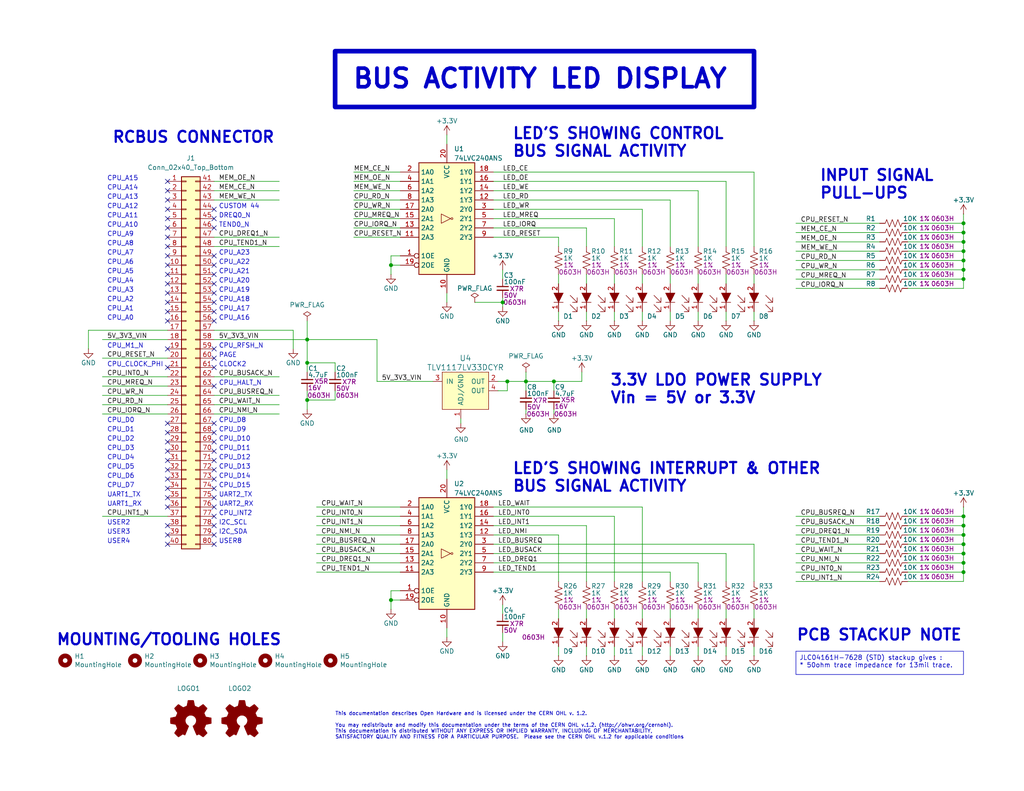
<source format=kicad_sch>
(kicad_sch (version 20231120) (generator "eeschema") (generator_version "8.0")
  (paper "USLetter")
  (title_block (title "BALD") (date "2024-07-24") (rev "0") (company "Denno Wiggle") (comment 1 "Bus Activity LED Display"))
  (lib_symbols
    (symbol "74xx:74HC240"
      (property "Reference" "U" (at -7.62 16.51 0))
      (property "Value" "74HC240" (at -7.62 -16.51 0))
      (symbol "74HC240_1_0"
        (pin input inverted (at -12.7 -10.16 0) (length 5.08) (name "1OE") (number "1"))
        (pin power_in line (at 0 -20.32 90) (length 5.08) (name "GND") (number "10"))
        (pin input line (at -12.7 -5.08 0) (length 5.08) (name "2A3") (number "11"))
        (pin tri_state line (at 12.7 5.08 180) (length 5.08) (name "1Y3") (number "12"))
        (pin input line (at -12.7 -2.54 0) (length 5.08) (name "2A2") (number "13"))
        (pin tri_state line (at 12.7 7.62 180) (length 5.08) (name "1Y2") (number "14"))
        (pin input line (at -12.7 0 0) (length 5.08) (name "2A1") (number "15"))
        (pin tri_state line (at 12.7 10.16 180) (length 5.08) (name "1Y1") (number "16"))
        (pin input line (at -12.7 2.54 0) (length 5.08) (name "2A0") (number "17"))
        (pin tri_state line (at 12.7 12.7 180) (length 5.08) (name "1Y0") (number "18"))
        (pin input inverted (at -12.7 -12.7 0) (length 5.08) (name "2OE") (number "19"))
        (pin input line (at -12.7 12.7 0) (length 5.08) (name "1A0") (number "2"))
        (pin power_in line (at 0 20.32 270) (length 5.08) (name "VCC") (number "20"))
        (pin tri_state line (at 12.7 2.54 180) (length 5.08) (name "2Y0") (number "3"))
        (pin input line (at -12.7 10.16 0) (length 5.08) (name "1A1") (number "4"))
        (pin tri_state line (at 12.7 0 180) (length 5.08) (name "2Y1") (number "5"))
        (pin input line (at -12.7 7.62 0) (length 5.08) (name "1A2") (number "6"))
        (pin tri_state line (at 12.7 -2.54 180) (length 5.08) (name "2Y2") (number "7"))
        (pin input line (at -12.7 5.08 0) (length 5.08) (name "1A3") (number "8"))
        (pin tri_state line (at 12.7 -5.08 180) (length 5.08) (name "2Y3") (number "9"))
      )
    )
    (symbol "Connector_Generic:Conn_02x40_Top_Bottom" (pin_names (offset 1.016) hide)
      (property "Reference" "J" (at 1.27 50.8 0))
      (property "Value" "Conn_02x40_Top_Bottom" (at 1.27 -53.34 0))
      (symbol "Conn_02x40_Top_Bottom_1_1"
        (pin passive line (at -5.08 48.26 0) (length 3.81) (name "Pin_1") (number "1"))
        (pin passive line (at -5.08 25.4 0) (length 3.81) (name "Pin_10") (number "10"))
        (pin passive line (at -5.08 22.86 0) (length 3.81) (name "Pin_11") (number "11"))
        (pin passive line (at -5.08 20.32 0) (length 3.81) (name "Pin_12") (number "12"))
        (pin passive line (at -5.08 17.78 0) (length 3.81) (name "Pin_13") (number "13"))
        (pin passive line (at -5.08 15.24 0) (length 3.81) (name "Pin_14") (number "14"))
        (pin passive line (at -5.08 12.7 0) (length 3.81) (name "Pin_15") (number "15"))
        (pin passive line (at -5.08 10.16 0) (length 3.81) (name "Pin_16") (number "16"))
        (pin passive line (at -5.08 7.62 0) (length 3.81) (name "Pin_17") (number "17"))
        (pin passive line (at -5.08 5.08 0) (length 3.81) (name "Pin_18") (number "18"))
        (pin passive line (at -5.08 2.54 0) (length 3.81) (name "Pin_19") (number "19"))
        (pin passive line (at -5.08 45.72 0) (length 3.81) (name "Pin_2") (number "2"))
        (pin passive line (at -5.08 0 0) (length 3.81) (name "Pin_20") (number "20"))
        (pin passive line (at -5.08 -2.54 0) (length 3.81) (name "Pin_21") (number "21"))
        (pin passive line (at -5.08 -5.08 0) (length 3.81) (name "Pin_22") (number "22"))
        (pin passive line (at -5.08 -7.62 0) (length 3.81) (name "Pin_23") (number "23"))
        (pin passive line (at -5.08 -10.16 0) (length 3.81) (name "Pin_24") (number "24"))
        (pin passive line (at -5.08 -12.7 0) (length 3.81) (name "Pin_25") (number "25"))
        (pin passive line (at -5.08 -15.24 0) (length 3.81) (name "Pin_26") (number "26"))
        (pin passive line (at -5.08 -17.78 0) (length 3.81) (name "Pin_27") (number "27"))
        (pin passive line (at -5.08 -20.32 0) (length 3.81) (name "Pin_28") (number "28"))
        (pin passive line (at -5.08 -22.86 0) (length 3.81) (name "Pin_29") (number "29"))
        (pin passive line (at -5.08 43.18 0) (length 3.81) (name "Pin_3") (number "3"))
        (pin passive line (at -5.08 -25.4 0) (length 3.81) (name "Pin_30") (number "30"))
        (pin passive line (at -5.08 -27.94 0) (length 3.81) (name "Pin_31") (number "31"))
        (pin passive line (at -5.08 -30.48 0) (length 3.81) (name "Pin_32") (number "32"))
        (pin passive line (at -5.08 -33.02 0) (length 3.81) (name "Pin_33") (number "33"))
        (pin passive line (at -5.08 -35.56 0) (length 3.81) (name "Pin_34") (number "34"))
        (pin passive line (at -5.08 -38.1 0) (length 3.81) (name "Pin_35") (number "35"))
        (pin passive line (at -5.08 -40.64 0) (length 3.81) (name "Pin_36") (number "36"))
        (pin passive line (at -5.08 -43.18 0) (length 3.81) (name "Pin_37") (number "37"))
        (pin passive line (at -5.08 -45.72 0) (length 3.81) (name "Pin_38") (number "38"))
        (pin passive line (at -5.08 -48.26 0) (length 3.81) (name "Pin_39") (number "39"))
        (pin passive line (at -5.08 40.64 0) (length 3.81) (name "Pin_4") (number "4"))
        (pin passive line (at -5.08 -50.8 0) (length 3.81) (name "Pin_40") (number "40"))
        (pin passive line (at 7.62 48.26 180) (length 3.81) (name "Pin_41") (number "41"))
        (pin passive line (at 7.62 45.72 180) (length 3.81) (name "Pin_42") (number "42"))
        (pin passive line (at 7.62 43.18 180) (length 3.81) (name "Pin_43") (number "43"))
        (pin passive line (at 7.62 40.64 180) (length 3.81) (name "Pin_44") (number "44"))
        (pin passive line (at 7.62 38.1 180) (length 3.81) (name "Pin_45") (number "45"))
        (pin passive line (at 7.62 35.56 180) (length 3.81) (name "Pin_46") (number "46"))
        (pin passive line (at 7.62 33.02 180) (length 3.81) (name "Pin_47") (number "47"))
        (pin passive line (at 7.62 30.48 180) (length 3.81) (name "Pin_48") (number "48"))
        (pin passive line (at 7.62 27.94 180) (length 3.81) (name "Pin_49") (number "49"))
        (pin passive line (at -5.08 38.1 0) (length 3.81) (name "Pin_5") (number "5"))
        (pin passive line (at 7.62 25.4 180) (length 3.81) (name "Pin_50") (number "50"))
        (pin passive line (at 7.62 22.86 180) (length 3.81) (name "Pin_51") (number "51"))
        (pin passive line (at 7.62 20.32 180) (length 3.81) (name "Pin_52") (number "52"))
        (pin passive line (at 7.62 17.78 180) (length 3.81) (name "Pin_53") (number "53"))
        (pin passive line (at 7.62 15.24 180) (length 3.81) (name "Pin_54") (number "54"))
        (pin passive line (at 7.62 12.7 180) (length 3.81) (name "Pin_55") (number "55"))
        (pin passive line (at 7.62 10.16 180) (length 3.81) (name "Pin_56") (number "56"))
        (pin passive line (at 7.62 7.62 180) (length 3.81) (name "Pin_57") (number "57"))
        (pin passive line (at 7.62 5.08 180) (length 3.81) (name "Pin_58") (number "58"))
        (pin passive line (at 7.62 2.54 180) (length 3.81) (name "Pin_59") (number "59"))
        (pin passive line (at -5.08 35.56 0) (length 3.81) (name "Pin_6") (number "6"))
        (pin passive line (at 7.62 0 180) (length 3.81) (name "Pin_60") (number "60"))
        (pin passive line (at 7.62 -2.54 180) (length 3.81) (name "Pin_61") (number "61"))
        (pin passive line (at 7.62 -5.08 180) (length 3.81) (name "Pin_62") (number "62"))
        (pin passive line (at 7.62 -7.62 180) (length 3.81) (name "Pin_63") (number "63"))
        (pin passive line (at 7.62 -10.16 180) (length 3.81) (name "Pin_64") (number "64"))
        (pin passive line (at 7.62 -12.7 180) (length 3.81) (name "Pin_65") (number "65"))
        (pin passive line (at 7.62 -15.24 180) (length 3.81) (name "Pin_66") (number "66"))
        (pin passive line (at 7.62 -17.78 180) (length 3.81) (name "Pin_67") (number "67"))
        (pin passive line (at 7.62 -20.32 180) (length 3.81) (name "Pin_68") (number "68"))
        (pin passive line (at 7.62 -22.86 180) (length 3.81) (name "Pin_69") (number "69"))
        (pin passive line (at -5.08 33.02 0) (length 3.81) (name "Pin_7") (number "7"))
        (pin passive line (at 7.62 -25.4 180) (length 3.81) (name "Pin_70") (number "70"))
        (pin passive line (at 7.62 -27.94 180) (length 3.81) (name "Pin_71") (number "71"))
        (pin passive line (at 7.62 -30.48 180) (length 3.81) (name "Pin_72") (number "72"))
        (pin passive line (at 7.62 -33.02 180) (length 3.81) (name "Pin_73") (number "73"))
        (pin passive line (at 7.62 -35.56 180) (length 3.81) (name "Pin_74") (number "74"))
        (pin passive line (at 7.62 -38.1 180) (length 3.81) (name "Pin_75") (number "75"))
        (pin passive line (at 7.62 -40.64 180) (length 3.81) (name "Pin_76") (number "76"))
        (pin passive line (at 7.62 -43.18 180) (length 3.81) (name "Pin_77") (number "77"))
        (pin passive line (at 7.62 -45.72 180) (length 3.81) (name "Pin_78") (number "78"))
        (pin passive line (at 7.62 -48.26 180) (length 3.81) (name "Pin_79") (number "79"))
        (pin passive line (at -5.08 30.48 0) (length 3.81) (name "Pin_8") (number "8"))
        (pin passive line (at 7.62 -50.8 180) (length 3.81) (name "Pin_80") (number "80"))
        (pin passive line (at -5.08 27.94 0) (length 3.81) (name "Pin_9") (number "9"))
      )
    )
    (symbol "GND_1" (power) (pin_numbers hide) (pin_names (offset 0) hide)
      (property "Value" "GND" (at 0 -3.81 0))
      (symbol "GND_1_1_1"
        (pin power_in line (at 0 0 270) (length 0) (name "~") (number "1"))
      )
    )
    (symbol "GND_2" (power) (pin_numbers hide) (pin_names (offset 0) hide)
      (property "Value" "GND" (at 0 -3.81 0))
      (symbol "GND_2_1_1"
        (pin power_in line (at 0 0 270) (length 0) (name "~") (number "1"))
      )
    )
    (symbol "Graphic:Logo_Open_Hardware_Small" (in_bom no) (on_board no))
    (symbol "Mechanical:MountingHole" (pin_names (offset 1.016))
      (property "Reference" "H" (at 0 5.08 0))
      (property "Value" "MountingHole" (at 0 3.175 0))
    )
    (symbol "WTM:C_100nF_X7R_16V_0805H" (pin_numbers hide) (pin_names (offset 0) hide)
      (property "Reference" "C" (at 0.254 3.556 0))
      (property "Value" "100nF" (at 0.254 1.778 0))
      (property "Dielectric" "X7R" (at 1.905 -0.127 0))
      (property "Voltage" "16V" (at 0.254 -1.905 0))
      (property "Footprint2" "0805H" (at 0.127 -3.81 0))
      (symbol "C_100nF_X7R_16V_0805H_1_1"
        (pin passive line (at 0 2.54 270) (length 2.032) (name "~") (number "1"))
        (pin passive line (at 0 -2.54 90) (length 2.032) (name "~") (number "2"))
      )
    )
    (symbol "WTM:C_10uF_X5R_16V_0805H" (pin_numbers hide) (pin_names (offset 0.254) hide)
      (property "Reference" "C206" (at 0.254 3.556 0))
      (property "Value" "10uF" (at 0.254 1.778 0))
      (property "Dielectric" "X5R" (at 1.905 0.762 0))
      (property "Voltage" "16V" (at 0.127 -1.016 0))
      (property "Footprint2" "0805H" (at 3.302 -3.81 0))
      (symbol "C_10uF_X5R_16V_0805H_1_1"
        (pin passive line (at 0 2.54 270) (length 2.032) (name "~") (number "1"))
        (pin passive line (at 0 -2.54 90) (length 2.032) (name "~") (number "2"))
      )
    )
    (symbol "WTM:LED_LTST-S270KGKT" (pin_names (offset 0))
      (property "Reference" "D" (at -6.35 3.81 0))
      (symbol "LED_LTST-S270KGKT_1_1"
        (pin passive line (at 2.54 0 180) (length 2.54) (name "~") (number "1"))
        (pin input line (at -5.08 0 0) (length 2.54) (name "~") (number "2"))
      )
    )
    (symbol "WTM:R_10K_5%_0805H" (pin_numbers hide) (pin_names (offset 0))
      (property "Reference" "R515" (at 1.27 2.54 0))
      (property "Value" "10K" (at 1.27 0.635 0))
      (property "Tolerance" "5%" (at 1.27 -1.27 0))
      (property "Footprint2" "0805H" (at 0 -3.175 0))
      (symbol "R_10K_5%_0805H_1_1"
        (pin passive line (at 0 3.81 270) (length 1.27) (name "~") (number "1"))
        (pin passive line (at 0 -3.81 90) (length 1.27) (name "~") (number "2"))
      )
    )
    (symbol "WTM:R_33R_5%_0805H_Horizontal1" (pin_numbers hide) (pin_names (offset 0))
      (property "Reference" "R" (at -7.62 1.27 0))
      (property "Value" "33R" (at 2.54 1.27 0))
      (property "Tolerance" "5%" (at 2.54 -1.27 0))
      (property "Footprint2" "0805H" (at -8.89 -1.27 0))
      (symbol "R_33R_5%_0805H_Horizontal1_1_1"
        (pin passive line (at -3.81 0 0) (length 1.27) (name "~") (number "1"))
        (pin passive line (at 3.81 0 180) (length 1.27) (name "~") (number "2"))
      )
    )
    (symbol "dk_PMIC-Voltage-Regulators-Linear:NCP1117ST33T3G" (pin_names (offset 1.016))
      (property "Reference" "U" (at 2.54 3.81 0))
      (property "Value" "NCP1117ST33T3G" (at 2.54 6.35 0))
      (symbol "NCP1117ST33T3G_1_1"
        (pin power_in line (at 0 -10.16 90) (length 2.54) (name "ADJ/GND") (number "1"))
        (pin power_out line (at 10.16 0 180) (length 2.54) (name "OUT") (number "2"))
        (pin power_in line (at -7.62 0 0) (length 2.54) (name "IN") (number "3"))
        (pin power_out line (at 10.16 -2.54 180) (length 2.54) (name "OUT") (number "4"))
      )
    )
    (symbol "power:+3.3V" (power) (pin_numbers hide) (pin_names (offset 0) hide)
      (property "Value" "+3.3V" (at 0 3.556 0))
      (symbol "+3.3V_1_1"
        (pin power_in line (at 0 0 90) (length 0) (name "~") (number "1"))
      )
    )
    (symbol "power:GND" (power) (pin_numbers hide) (pin_names (offset 0) hide)
      (property "Value" "GND" (at 0 -3.81 0))
      (symbol "GND_1_1"
        (pin power_in line (at 0 0 270) (length 0) (name "~") (number "1"))
      )
    )
    (symbol "power:PWR_FLAG" (power) (pin_numbers hide) (pin_names (offset 0) hide)
      (property "Value" "PWR_FLAG" (at 0 3.81 0))
      (symbol "PWR_FLAG_0_0"
        (pin power_out line (at 0 0 90) (length 0) (name "~") (number "1"))
      )
    )
  )
  (junction (at 262.89 73.66))
  (junction (at 143.51 104.14))
  (junction (at 83.82 109.22))
  (junction (at 262.89 140.97))
  (junction (at 151.13 104.14))
  (junction (at 262.89 146.05))
  (junction (at 262.89 63.5))
  (junction (at 83.82 92.71))
  (junction (at 262.89 148.59))
  (junction (at 83.82 99.06))
  (junction (at 262.89 71.12))
  (junction (at 262.89 156.21))
  (junction (at 262.89 143.51))
  (junction (at 106.68 72.39))
  (junction (at 262.89 60.96))
  (junction (at 262.89 153.67))
  (junction (at 262.89 76.2))
  (junction (at 262.89 68.58))
  (junction (at 137.16 82.55))
  (junction (at 262.89 151.13))
  (junction (at 138.43 104.14))
  (junction (at 106.68 163.83))
  (junction (at 262.89 66.04))
  (no_connect (at 45.72 54.61))
  (no_connect (at 58.42 74.93))
  (no_connect (at 58.42 105.41))
  (no_connect (at 45.72 130.81))
  (no_connect (at 45.72 133.35))
  (no_connect (at 58.42 123.19))
  (no_connect (at 58.42 120.65))
  (no_connect (at 58.42 146.05))
  (no_connect (at 45.72 100.33))
  (no_connect (at 58.42 72.39))
  (no_connect (at 45.72 67.31))
  (no_connect (at 58.42 82.55))
  (no_connect (at 58.42 115.57))
  (no_connect (at 58.42 148.59))
  (no_connect (at 45.72 120.65))
  (no_connect (at 45.72 59.69))
  (no_connect (at 58.42 135.89))
  (no_connect (at 58.42 138.43))
  (no_connect (at 58.42 69.85))
  (no_connect (at 45.72 148.59))
  (no_connect (at 45.72 64.77))
  (no_connect (at 45.72 72.39))
  (no_connect (at 58.42 57.15))
  (no_connect (at 45.72 57.15))
  (no_connect (at 45.72 118.11))
  (no_connect (at 45.72 87.63))
  (no_connect (at 45.72 123.19))
  (no_connect (at 45.72 82.55))
  (no_connect (at 58.42 97.79))
  (no_connect (at 45.72 95.25))
  (no_connect (at 58.42 59.69))
  (no_connect (at 45.72 80.01))
  (no_connect (at 45.72 77.47))
  (no_connect (at 58.42 62.23))
  (no_connect (at 58.42 130.81))
  (no_connect (at 45.72 128.27))
  (no_connect (at 58.42 140.97))
  (no_connect (at 45.72 62.23))
  (no_connect (at 58.42 143.51))
  (no_connect (at 58.42 118.11))
  (no_connect (at 58.42 85.09))
  (no_connect (at 45.72 69.85))
  (no_connect (at 58.42 125.73))
  (no_connect (at 58.42 77.47))
  (no_connect (at 45.72 135.89))
  (no_connect (at 58.42 80.01))
  (no_connect (at 45.72 138.43))
  (no_connect (at 45.72 85.09))
  (no_connect (at 45.72 146.05))
  (no_connect (at 58.42 87.63))
  (no_connect (at 45.72 74.93))
  (no_connect (at 58.42 128.27))
  (no_connect (at 45.72 143.51))
  (no_connect (at 45.72 52.07))
  (no_connect (at 45.72 115.57))
  (no_connect (at 45.72 49.53))
  (no_connect (at 58.42 133.35))
  (no_connect (at 58.42 100.33))
  (no_connect (at 45.72 125.73))
  (no_connect (at 58.42 95.25))
  (wire (pts (xy 198.12 151.13) (xy 134.62 151.13)))
  (wire (pts (xy 86.36 138.43) (xy 109.22 138.43)))
  (wire (pts (xy 137.16 81.28) (xy 137.16 82.55)))
  (wire (pts (xy 96.52 59.69) (xy 109.22 59.69)))
  (wire (pts (xy 138.43 106.68) (xy 138.43 104.14)))
  (wire (pts (xy 143.51 111.76) (xy 143.51 113.03)))
  (wire (pts (xy 262.89 143.51) (xy 247.65 143.51)))
  (wire (pts (xy 83.82 92.71) (xy 83.82 99.06)))
  (wire (pts (xy 190.5 74.93) (xy 190.5 77.47)))
  (wire (pts (xy 86.36 143.51) (xy 109.22 143.51)))
  (wire (pts (xy 262.89 78.74) (xy 262.89 76.2)))
  (wire (pts (xy 190.5 176.53) (xy 190.5 179.07)))
  (wire (pts (xy 262.89 148.59) (xy 262.89 146.05)))
  (wire (pts (xy 198.12 176.53) (xy 198.12 179.07)))
  (wire (pts (xy 198.12 85.09) (xy 198.12 87.63)))
  (wire (pts (xy 160.02 166.37) (xy 160.02 168.91)))
  (wire (pts (xy 262.89 156.21) (xy 262.89 158.75)))
  (wire (pts (xy 86.36 156.21) (xy 109.22 156.21)))
  (wire (pts (xy 58.42 110.49) (xy 76.2 110.49)))
  (wire (pts (xy 96.52 57.15) (xy 109.22 57.15)))
  (wire (pts (xy 143.51 101.6) (xy 143.51 104.14)))
  (wire (pts (xy 217.17 156.21) (xy 240.03 156.21)))
  (wire (pts (xy 217.17 73.66) (xy 240.03 73.66)))
  (wire (pts (xy 247.65 73.66) (xy 262.89 73.66)))
  (wire (pts (xy 217.17 148.59) (xy 240.03 148.59)))
  (wire (pts (xy 167.64 140.97) (xy 134.62 140.97)))
  (wire (pts (xy 262.89 73.66) (xy 262.89 71.12)))
  (wire (pts (xy 175.26 85.09) (xy 175.26 87.63)))
  (wire (pts (xy 152.4 67.31) (xy 152.4 64.77)))
  (wire (pts (xy 160.02 143.51) (xy 134.62 143.51)))
  (wire (pts (xy 58.42 52.07) (xy 76.2 52.07)))
  (wire (pts (xy 217.17 63.5) (xy 240.03 63.5)))
  (wire (pts (xy 217.17 158.75) (xy 240.03 158.75)))
  (wire (pts (xy 152.4 166.37) (xy 152.4 168.91)))
  (wire (pts (xy 134.62 49.53) (xy 198.12 49.53)))
  (wire (pts (xy 138.43 104.14) (xy 135.89 104.14)))
  (wire (pts (xy 190.5 166.37) (xy 190.5 168.91)))
  (wire (pts (xy 96.52 46.99) (xy 109.22 46.99)))
  (wire (pts (xy 27.94 92.71) (xy 45.72 92.71)))
  (wire (pts (xy 86.36 146.05) (xy 109.22 146.05)))
  (wire (pts (xy 262.89 138.43) (xy 262.89 140.97)))
  (wire (pts (xy 205.74 158.75) (xy 205.74 148.59)))
  (wire (pts (xy 262.89 58.42) (xy 262.89 60.96)))
  (wire (pts (xy 152.4 158.75) (xy 152.4 146.05)))
  (wire (pts (xy 158.75 101.6) (xy 158.75 104.14)))
  (wire (pts (xy 160.02 176.53) (xy 160.02 179.07)))
  (wire (pts (xy 102.87 104.14) (xy 118.11 104.14)))
  (wire (pts (xy 83.82 99.06) (xy 91.44 99.06)))
  (wire (pts (xy 205.74 74.93) (xy 205.74 77.47)))
  (wire (pts (xy 217.17 60.96) (xy 240.03 60.96)))
  (wire (pts (xy 27.94 105.41) (xy 45.72 105.41)))
  (wire (pts (xy 58.42 107.95) (xy 76.2 107.95)))
  (wire (pts (xy 217.17 153.67) (xy 240.03 153.67)))
  (wire (pts (xy 83.82 109.22) (xy 83.82 106.68)))
  (wire (pts (xy 137.16 73.66) (xy 137.16 76.2)))
  (wire (pts (xy 134.62 62.23) (xy 160.02 62.23)))
  (wire (pts (xy 262.89 71.12) (xy 262.89 68.58)))
  (wire (pts (xy 96.52 62.23) (xy 109.22 62.23)))
  (wire (pts (xy 167.64 166.37) (xy 167.64 168.91)))
  (wire (pts (xy 205.74 67.31) (xy 205.74 46.99)))
  (wire (pts (xy 262.89 76.2) (xy 262.89 73.66)))
  (wire (pts (xy 198.12 67.31) (xy 198.12 49.53)))
  (wire (pts (xy 262.89 68.58) (xy 262.89 66.04)))
  (wire (pts (xy 151.13 111.76) (xy 151.13 113.03)))
  (wire (pts (xy 106.68 72.39) (xy 109.22 72.39)))
  (wire (pts (xy 86.36 140.97) (xy 109.22 140.97)))
  (wire (pts (xy 175.26 74.93) (xy 175.26 77.47)))
  (wire (pts (xy 182.88 158.75) (xy 182.88 156.21)))
  (wire (pts (xy 262.89 60.96) (xy 262.89 63.5)))
  (wire (pts (xy 247.65 156.21) (xy 262.89 156.21)))
  (wire (pts (xy 160.02 158.75) (xy 160.02 143.51)))
  (wire (pts (xy 152.4 146.05) (xy 134.62 146.05)))
  (wire (pts (xy 58.42 67.31) (xy 76.2 67.31)))
  (wire (pts (xy 152.4 85.09) (xy 152.4 87.63)))
  (wire (pts (xy 247.65 60.96) (xy 262.89 60.96)))
  (wire (pts (xy 205.74 85.09) (xy 205.74 87.63)))
  (wire (pts (xy 198.12 158.75) (xy 198.12 151.13)))
  (wire (pts (xy 182.88 166.37) (xy 182.88 168.91)))
  (wire (pts (xy 121.92 80.01) (xy 121.92 82.55)))
  (wire (pts (xy 58.42 92.71) (xy 83.82 92.71)))
  (wire (pts (xy 106.68 72.39) (xy 106.68 74.93)))
  (wire (pts (xy 138.43 106.68) (xy 135.89 106.68)))
  (wire (pts (xy 83.82 109.22) (xy 83.82 111.76)))
  (wire (pts (xy 106.68 163.83) (xy 109.22 163.83)))
  (wire (pts (xy 151.13 104.14) (xy 143.51 104.14)))
  (wire (pts (xy 262.89 66.04) (xy 262.89 63.5)))
  (wire (pts (xy 27.94 107.95) (xy 45.72 107.95)))
  (wire (pts (xy 247.65 151.13) (xy 262.89 151.13)))
  (wire (pts (xy 247.65 68.58) (xy 262.89 68.58)))
  (wire (pts (xy 262.89 146.05) (xy 262.89 143.51)))
  (wire (pts (xy 106.68 163.83) (xy 106.68 166.37)))
  (wire (pts (xy 27.94 110.49) (xy 45.72 110.49)))
  (wire (pts (xy 262.89 148.59) (xy 262.89 151.13)))
  (wire (pts (xy 24.13 90.17) (xy 24.13 95.25)))
  (wire (pts (xy 27.94 97.79) (xy 45.72 97.79)))
  (wire (pts (xy 182.88 85.09) (xy 182.88 87.63)))
  (wire (pts (xy 205.74 148.59) (xy 134.62 148.59)))
  (wire (pts (xy 160.02 85.09) (xy 160.02 87.63)))
  (wire (pts (xy 247.65 153.67) (xy 262.89 153.67)))
  (wire (pts (xy 182.88 67.31) (xy 182.88 54.61)))
  (wire (pts (xy 262.89 151.13) (xy 262.89 153.67)))
  (wire (pts (xy 106.68 69.85) (xy 106.68 72.39)))
  (wire (pts (xy 143.51 104.14) (xy 143.51 106.68)))
  (wire (pts (xy 160.02 74.93) (xy 160.02 77.47)))
  (wire (pts (xy 190.5 85.09) (xy 190.5 87.63)))
  (wire (pts (xy 83.82 87.63) (xy 83.82 92.71)))
  (wire (pts (xy 217.17 68.58) (xy 240.03 68.58)))
  (wire (pts (xy 109.22 69.85) (xy 106.68 69.85)))
  (wire (pts (xy 134.62 59.69) (xy 167.64 59.69)))
  (wire (pts (xy 91.44 106.68) (xy 91.44 109.22)))
  (wire (pts (xy 96.52 49.53) (xy 109.22 49.53)))
  (wire (pts (xy 109.22 161.29) (xy 106.68 161.29)))
  (wire (pts (xy 175.26 166.37) (xy 175.26 168.91)))
  (wire (pts (xy 175.26 138.43) (xy 134.62 138.43)))
  (wire (pts (xy 167.64 67.31) (xy 167.64 59.69)))
  (wire (pts (xy 86.36 153.67) (xy 109.22 153.67)))
  (wire (pts (xy 27.94 140.97) (xy 45.72 140.97)))
  (wire (pts (xy 190.5 67.31) (xy 190.5 52.07)))
  (wire (pts (xy 151.13 104.14) (xy 151.13 106.68)))
  (wire (pts (xy 121.92 171.45) (xy 121.92 173.99)))
  (wire (pts (xy 198.12 74.93) (xy 198.12 77.47)))
  (wire (pts (xy 102.87 92.71) (xy 102.87 104.14)))
  (wire (pts (xy 247.65 148.59) (xy 262.89 148.59)))
  (wire (pts (xy 217.17 140.97) (xy 240.03 140.97)))
  (wire (pts (xy 58.42 113.03) (xy 76.2 113.03)))
  (wire (pts (xy 138.43 104.14) (xy 143.51 104.14)))
  (wire (pts (xy 152.4 74.93) (xy 152.4 77.47)))
  (wire (pts (xy 134.62 52.07) (xy 190.5 52.07)))
  (wire (pts (xy 262.89 153.67) (xy 262.89 156.21)))
  (wire (pts (xy 182.88 74.93) (xy 182.88 77.47)))
  (wire (pts (xy 58.42 90.17) (xy 80.01 90.17)))
  (wire (pts (xy 205.74 166.37) (xy 205.74 168.91)))
  (wire (pts (xy 152.4 176.53) (xy 152.4 179.07)))
  (wire (pts (xy 205.74 176.53) (xy 205.74 179.07)))
  (wire (pts (xy 247.65 158.75) (xy 262.89 158.75)))
  (wire (pts (xy 247.65 146.05) (xy 262.89 146.05)))
  (wire (pts (xy 91.44 99.06) (xy 91.44 101.6)))
  (wire (pts (xy 190.5 153.67) (xy 134.62 153.67)))
  (wire (pts (xy 167.64 176.53) (xy 167.64 179.07)))
  (wire (pts (xy 217.17 146.05) (xy 240.03 146.05)))
  (wire (pts (xy 217.17 71.12) (xy 240.03 71.12)))
  (wire (pts (xy 262.89 140.97) (xy 247.65 140.97)))
  (wire (pts (xy 86.36 151.13) (xy 109.22 151.13)))
  (wire (pts (xy 217.17 66.04) (xy 240.03 66.04)))
  (wire (pts (xy 262.89 140.97) (xy 262.89 143.51)))
  (wire (pts (xy 137.16 172.72) (xy 137.16 175.26)))
  (wire (pts (xy 198.12 166.37) (xy 198.12 168.91)))
  (wire (pts (xy 24.13 90.17) (xy 45.72 90.17)))
  (wire (pts (xy 27.94 113.03) (xy 45.72 113.03)))
  (wire (pts (xy 217.17 78.74) (xy 240.03 78.74)))
  (wire (pts (xy 190.5 158.75) (xy 190.5 153.67)))
  (wire (pts (xy 175.26 57.15) (xy 175.26 67.31)))
  (wire (pts (xy 217.17 151.13) (xy 240.03 151.13)))
  (wire (pts (xy 167.64 74.93) (xy 167.64 77.47)))
  (wire (pts (xy 96.52 64.77) (xy 109.22 64.77)))
  (wire (pts (xy 96.52 54.61) (xy 109.22 54.61)))
  (wire (pts (xy 134.62 46.99) (xy 205.74 46.99)))
  (wire (pts (xy 160.02 62.23) (xy 160.02 67.31)))
  (wire (pts (xy 125.73 114.3) (xy 125.73 115.57)))
  (wire (pts (xy 58.42 64.77) (xy 76.2 64.77)))
  (wire (pts (xy 151.13 104.14) (xy 158.75 104.14)))
  (wire (pts (xy 217.17 143.51) (xy 240.03 143.51)))
  (wire (pts (xy 83.82 99.06) (xy 83.82 101.6)))
  (wire (pts (xy 58.42 102.87) (xy 76.2 102.87)))
  (wire (pts (xy 134.62 57.15) (xy 175.26 57.15)))
  (wire (pts (xy 134.62 54.61) (xy 182.88 54.61)))
  (wire (pts (xy 247.65 76.2) (xy 262.89 76.2)))
  (wire (pts (xy 83.82 92.71) (xy 102.87 92.71)))
  (wire (pts (xy 58.42 49.53) (xy 76.2 49.53)))
  (wire (pts (xy 247.65 71.12) (xy 262.89 71.12)))
  (wire (pts (xy 58.42 54.61) (xy 76.2 54.61)))
  (wire (pts (xy 106.68 161.29) (xy 106.68 163.83)))
  (wire (pts (xy 247.65 63.5) (xy 262.89 63.5)))
  (wire (pts (xy 121.92 36.83) (xy 121.92 39.37)))
  (wire (pts (xy 137.16 165.1) (xy 137.16 167.64)))
  (wire (pts (xy 91.44 109.22) (xy 83.82 109.22)))
  (wire (pts (xy 175.26 176.53) (xy 175.26 179.07)))
  (wire (pts (xy 86.36 148.59) (xy 109.22 148.59)))
  (wire (pts (xy 167.64 158.75) (xy 167.64 140.97)))
  (wire (pts (xy 182.88 176.53) (xy 182.88 179.07)))
  (wire (pts (xy 167.64 85.09) (xy 167.64 87.63)))
  (wire (pts (xy 175.26 158.75) (xy 175.26 138.43)))
  (wire (pts (xy 134.62 64.77) (xy 152.4 64.77)))
  (wire (pts (xy 217.17 76.2) (xy 240.03 76.2)))
  (wire (pts (xy 182.88 156.21) (xy 134.62 156.21)))
  (wire (pts (xy 80.01 90.17) (xy 80.01 95.25)))
  (wire (pts (xy 96.52 52.07) (xy 109.22 52.07)))
  (wire (pts (xy 137.16 82.55) (xy 137.16 83.82)))
  (wire (pts (xy 247.65 78.74) (xy 262.89 78.74)))
  (wire (pts (xy 247.65 66.04) (xy 262.89 66.04)))
  (wire (pts (xy 27.94 102.87) (xy 45.72 102.87)))
  (wire (pts (xy 121.92 128.27) (xy 121.92 130.81)))
  (wire (pts (xy 137.16 82.55) (xy 129.54 82.55)))
  (text_box "BUS ACTIVITY LED DISPLAY" (at 91.44 13.97 0) (size 114.3 15.24) (stroke (width 1.27)) (effects (font (size 5.08 5.08) (thickness 1.016) (bold yes)) (justify left top)))
  (text_box "JLC04161H-7628 (STD) stackup gives :\n* 50ohm trace impedance for 13mil trace." (at 217.17 177.8 0) (size 45.72 6.35) (effects (font (size 1.27 1.27)) (justify left top)))
  (text "I2C_SDA" (at 59.69 146.05 0) (effects (font (size 1.27 1.27)) (justify left bottom)))
  (text "CPU_D3" (at 29.21 123.19 0) (effects (font (size 1.27 1.27)) (justify left bottom)))
  (text "CPU_A17" (at 59.69 85.09 0) (effects (font (size 1.27 1.27)) (justify left bottom)))
  (text "USER3" (at 29.21 146.05 0) (effects (font (size 1.27 1.27)) (justify left bottom)))
  (text "CPU_A11" (at 29.21 59.69 0) (effects (font (size 1.27 1.27)) (justify left bottom)))
  (text "CPU_A8" (at 29.21 67.31 0) (effects (font (size 1.27 1.27)) (justify left bottom)))
  (text "CPU_D14" (at 59.69 130.81 0) (effects (font (size 1.27 1.27)) (justify left bottom)))
  (text "CPU_A18" (at 59.69 82.55 0) (effects (font (size 1.27 1.27)) (justify left bottom)))
  (text "RCBUS CONNECTOR" (at 30.48 39.37 0) (effects (font (size 2.9972 2.9972) (thickness 0.5994) (bold yes)) (justify left bottom)))
  (text "CPU_A6" (at 29.21 72.39 0) (effects (font (size 1.27 1.27)) (justify left bottom)))
  (text "UART1_RX" (at 29.21 138.43 0) (effects (font (size 1.27 1.27)) (justify left bottom)))
  (text "CPU_A7" (at 29.21 69.85 0) (effects (font (size 1.27 1.27)) (justify left bottom)))
  (text "CPU_D4" (at 29.21 125.73 0) (effects (font (size 1.27 1.27)) (justify left bottom)))
  (text "CPU_D2" (at 29.21 120.65 0) (effects (font (size 1.27 1.27)) (justify left bottom)))
  (text "CPU_A14" (at 29.21 52.07 0) (effects (font (size 1.27 1.27)) (justify left bottom)))
  (text "CPU_D6" (at 29.21 130.81 0) (effects (font (size 1.27 1.27)) (justify left bottom)))
  (text "CPU_D13" (at 59.69 128.27 0) (effects (font (size 1.27 1.27)) (justify left bottom)))
  (text "CUSTOM 44" (at 59.69 57.15 0) (effects (font (size 1.27 1.27)) (justify left bottom)))
  (text "CPU_A3" (at 29.21 80.01 0) (effects (font (size 1.27 1.27)) (justify left bottom)))
  (text "CPU_A9" (at 29.21 64.77 0) (effects (font (size 1.27 1.27)) (justify left bottom)))
  (text "CPU_A15" (at 29.21 49.53 0) (effects (font (size 1.27 1.27)) (justify left bottom)))
  (text "CPU_A19" (at 59.69 80.01 0) (effects (font (size 1.27 1.27)) (justify left bottom)))
  (text "DREQ0_N" (at 59.69 59.69 0) (effects (font (size 1.27 1.27)) (justify left bottom)))
  (text "CPU_CLOCK_PHI" (at 29.21 100.33 0) (effects (font (size 1.27 1.27)) (justify left bottom)))
  (text "CPU_D12" (at 59.69 125.73 0) (effects (font (size 1.27 1.27)) (justify left bottom)))
  (text "CPU_A10" (at 29.21 62.23 0) (effects (font (size 1.27 1.27)) (justify left bottom)))
  (text "CPU_A23" (at 59.69 69.85 0) (effects (font (size 1.27 1.27)) (justify left bottom)))
  (text "CPU_A16" (at 59.69 87.63 0) (effects (font (size 1.27 1.27)) (justify left bottom)))
  (text "INPUT SIGNAL\nPULL-UPS" (at 223.52 54.61 0) (effects (font (size 2.9972 2.9972) (thickness 0.5994) (bold yes)) (justify left bottom)))
  (text "CPU_D11" (at 59.69 123.19 0) (effects (font (size 1.27 1.27)) (justify left bottom)))
  (text "CPU_A5" (at 29.21 74.93 0) (effects (font (size 1.27 1.27)) (justify left bottom)))
  (text "CPU_D9" (at 59.69 118.11 0) (effects (font (size 1.27 1.27)) (justify left bottom)))
  (text "CPU_D7" (at 29.21 133.35 0) (effects (font (size 1.27 1.27)) (justify left bottom)))
  (text "TEND0_N" (at 59.69 62.23 0) (effects (font (size 1.27 1.27)) (justify left bottom)))
  (text "LED'S SHOWING CONTROL \nBUS SIGNAL ACTIVITY" (at 139.7 43.18 0) (effects (font (size 2.9972 2.9972) (thickness 0.5994) (bold yes)) (justify left bottom)))
  (text "USER8" (at 59.69 148.59 0) (effects (font (size 1.27 1.27)) (justify left bottom)))
  (text "CPU_A13" (at 29.21 54.61 0) (effects (font (size 1.27 1.27)) (justify left bottom)))
  (text "CPU_D0" (at 29.21 115.57 0) (effects (font (size 1.27 1.27)) (justify left bottom)))
  (text "CPU_A22" (at 59.69 72.39 0) (effects (font (size 1.27 1.27)) (justify left bottom)))
  (text "CPU_A4" (at 29.21 77.47 0) (effects (font (size 1.27 1.27)) (justify left bottom)))
  (text "MOUNTING/TOOLING HOLES" (at 15.24 176.53 0) (effects (font (size 2.9972 2.9972) (thickness 0.5994) (bold yes)) (justify left bottom)))
  (text "CPU_A1" (at 29.21 85.09 0) (effects (font (size 1.27 1.27)) (justify left bottom)))
  (text "I2C_SCL" (at 59.69 143.51 0) (effects (font (size 1.27 1.27)) (justify left bottom)))
  (text "USER4" (at 29.21 148.59 0) (effects (font (size 1.27 1.27)) (justify left bottom)))
  (text "CPU_RFSH_N" (at 59.69 95.25 0) (effects (font (size 1.27 1.27)) (justify left bottom)))
  (text "This documentation describes Open Hardware and is licensed under the CERN OHL v. 1.2.\n\nYou may redistribute and modify this documentation under the terms of the CERN OHL v.1.2. (http://ohwr.org/cernohl). \nThis documentation is distributed WITHOUT ANY EXPRESS OR IMPLIED WARRANTY, INCLUDING OF MERCHANTABILITY, \nSATISFACTORY QUALITY AND FITNESS FOR A PARTICULAR PURPOSE.  Please see the CERN OHL v.1.2 for applicable conditions" (at 91.44 201.93 0) (effects (font (size 0.9906 0.9906)) (justify left bottom)))
  (text "UART1_TX" (at 29.21 135.89 0) (effects (font (size 1.27 1.27)) (justify left bottom)))
  (text "CLOCK2" (at 59.69 100.33 0) (effects (font (size 1.27 1.27)) (justify left bottom)))
  (text "CPU_D5" (at 29.21 128.27 0) (effects (font (size 1.27 1.27)) (justify left bottom)))
  (text "USER2" (at 29.21 143.51 0) (effects (font (size 1.27 1.27)) (justify left bottom)))
  (text "LED'S SHOWING INTERRUPT & OTHER \nBUS SIGNAL ACTIVITY" (at 139.7 134.62 0) (effects (font (size 2.9972 2.9972) (thickness 0.5994) (bold yes)) (justify left bottom)))
  (text "CPU_D8" (at 59.69 115.57 0) (effects (font (size 1.27 1.27)) (justify left bottom)))
  (text "CPU_A21" (at 59.69 74.93 0) (effects (font (size 1.27 1.27)) (justify left bottom)))
  (text "CPU_A20" (at 59.69 77.47 0) (effects (font (size 1.27 1.27)) (justify left bottom)))
  (text "3.3V LDO POWER SUPPLY\nVin = 5V or 3.3V" (at 166.37 110.49 0) (effects (font (size 2.9972 2.9972) (thickness 0.5994) (bold yes)) (justify left bottom)))
  (text "CPU_A12" (at 29.21 57.15 0) (effects (font (size 1.27 1.27)) (justify left bottom)))
  (text "UART2_TX" (at 59.69 135.89 0) (effects (font (size 1.27 1.27)) (justify left bottom)))
  (text "CPU_INT2" (at 59.69 140.97 0) (effects (font (size 1.27 1.27)) (justify left bottom)))
  (text "PCB STACKUP NOTE" (at 217.17 175.26 0) (effects (font (size 2.9972 2.9972) (thickness 0.5994) (bold yes)) (justify left bottom)))
  (text "CPU_D15" (at 59.69 133.35 0) (effects (font (size 1.27 1.27)) (justify left bottom)))
  (text "CPU_A2" (at 29.21 82.55 0) (effects (font (size 1.27 1.27)) (justify left bottom)))
  (text "UART2_RX" (at 59.69 138.43 0) (effects (font (size 1.27 1.27)) (justify left bottom)))
  (text "PAGE" (at 59.69 97.79 0) (effects (font (size 1.27 1.27)) (justify left bottom)))
  (text "CPU_D1" (at 29.21 118.11 0) (effects (font (size 1.27 1.27)) (justify left bottom)))
  (text "CPU_HALT_N" (at 59.69 105.41 0) (effects (font (size 1.27 1.27)) (justify left bottom)))
  (text "CPU_M1_N" (at 29.21 95.25 0) (effects (font (size 1.27 1.27)) (justify left bottom)))
  (text "CPU_A0" (at 29.21 87.63 0) (effects (font (size 1.27 1.27)) (justify left bottom)))
  (text "CPU_D10" (at 59.69 120.65 0) (effects (font (size 1.27 1.27)) (justify left bottom)))
  (label "CPU_BUSREQ_N" (at 87.63 148.59 0))
  (label "CPU_WAIT_N" (at 218.44 151.13 0))
  (label "MEM_CE_N" (at 96.52 46.99 0))
  (label "LED_WE" (at 137.16 52.07 0))
  (label "CPU_INT1_N" (at 29.21 140.97 0))
  (label "CPU_BUSACK_N" (at 87.63 151.13 0))
  (label "CPU_NMI_N" (at 59.69 113.03 0))
  (label "CPU_DREQ1_N" (at 59.69 64.77 0))
  (label "LED_BUSACK" (at 135.89 151.13 0))
  (label "MEM_CE_N" (at 59.69 52.07 0))
  (label "MEM_WE_N" (at 218.44 68.58 0))
  (label "MEM_WE_N" (at 96.52 52.07 0))
  (label "CPU_MREQ_N" (at 96.52 59.69 0))
  (label "MEM_WE_N" (at 59.69 54.61 0))
  (label "CPU_RESET_N" (at 218.44 60.96 0))
  (label "LED_RD" (at 137.16 54.61 0))
  (label "CPU_INT0_N" (at 29.21 102.87 0))
  (label "LED_INT0" (at 135.89 140.97 0))
  (label "MEM_OE_N" (at 96.52 49.53 0))
  (label "LED_DREQ1" (at 135.89 153.67 0))
  (label "LED_MREQ" (at 137.16 59.69 0))
  (label "CPU_TEND1_N" (at 87.63 156.21 0))
  (label "LED_RESET" (at 137.16 64.77 0))
  (label "CPU_INT1_N" (at 218.44 158.75 0))
  (label "MEM_OE_N" (at 218.44 66.04 0))
  (label "CPU_RD_N" (at 29.21 110.49 0))
  (label "CPU_MREQ_N" (at 218.44 76.2 0))
  (label "CPU_NMI_N" (at 218.44 153.67 0))
  (label "LED_NMI" (at 135.89 146.05 0))
  (label "CPU_WR_N" (at 29.21 107.95 0))
  (label "5V_3V3_VIN" (at 29.21 92.71 0))
  (label "CPU_RD_N" (at 96.52 54.61 0))
  (label "LED_BUSREQ" (at 135.89 148.59 0))
  (label "LED_WAIT" (at 135.89 138.43 0))
  (label "CPU_IORQ_N" (at 218.44 78.74 0))
  (label "CPU_WR_N" (at 218.44 73.66 0))
  (label "5V_3V3_VIN" (at 59.69 92.71 0))
  (label "CPU_WR_N" (at 96.52 57.15 0))
  (label "CPU_DREQ1_N" (at 87.63 153.67 0))
  (label "CPU_WAIT_N" (at 87.63 138.43 0))
  (label "CPU_TEND1_N" (at 59.69 67.31 0))
  (label "CPU_INT0_N" (at 87.63 140.97 0))
  (label "CPU_DREQ1_N" (at 218.44 146.05 0))
  (label "CPU_IORQ_N" (at 29.21 113.03 0))
  (label "CPU_TEND1_N" (at 218.44 148.59 0))
  (label "CPU_WAIT_N" (at 59.69 110.49 0))
  (label "CPU_RESET_N" (at 96.52 64.77 0))
  (label "CPU_IORQ_N" (at 96.52 62.23 0))
  (label "CPU_MREQ_N" (at 29.21 105.41 0))
  (label "CPU_BUSACK_N" (at 218.44 143.51 0))
  (label "CPU_RESET_N" (at 29.21 97.79 0))
  (label "LED_CE" (at 137.16 46.99 0))
  (label "LED_OE" (at 137.16 49.53 0))
  (label "LED_WR" (at 137.16 57.15 0))
  (label "CPU_BUSREQ_N" (at 218.44 140.97 0))
  (label "LED_TEND1" (at 135.89 156.21 0))
  (label "5V_3V3_VIN" (at 104.14 104.14 0))
  (label "CPU_INT1_N" (at 87.63 143.51 0))
  (label "LED_INT1" (at 135.89 143.51 0))
  (label "MEM_CE_N" (at 218.44 63.5 0))
  (label "MEM_OE_N" (at 59.69 49.53 0))
  (label "CPU_RD_N" (at 218.44 71.12 0))
  (label "LED_IORQ" (at 137.16 62.23 0))
  (label "CPU_INT0_N" (at 218.44 156.21 0))
  (label "CPU_BUSACK_N" (at 59.69 102.87 0))
  (label "CPU_BUSREQ_N" (at 59.69 107.95 0))
  (label "CPU_NMI_N" (at 87.63 146.05 0))
  (symbol (lib_id "WTM:R_10K_5%_0805H") (at 160.02 162.56 0) (unit 1)
    (property "Reference" "R27" (at 161.29 160.02 0) (effects (justify left)))
    (property "Value" "1K" (at 161.29 161.925 0) (effects (justify left)))
    (property "Footprint" "Resistor_SMD:R_0603_1608Metric_Pad0.98x0.95mm_HandSolder" (effects (hide yes)))
    (property "Datasheet" "https://www.yageo.com/upload/media/product/productsearch/datasheet/rchip/PYu-RC_Group_51_RoHS_L_12.pdf" (effects (hide yes)))
    (property "Description" "RES 1K OHM 1% 1/10W 0603" (effects (hide yes)))
    (property "Tolerance" "1%" (at 161.29 163.83 0) (effects (justify left)))
    (property "Footprint2" "0603H" (at 160.02 165.735 0) (effects (justify left)))
    (property "MPN" "RC0603FR-071KL" (effects (hide yes)))
    (property "Manufacturer" "Yaego" (effects (hide yes)))
    (property "Digikey" "311-1.00KHRCT-ND" (effects (hide yes)))
    (property "LCSC Part #" "C22548" (effects (hide yes)))
  )
  (symbol (lib_name "GND_2") (lib_id "power:GND") (at 182.88 179.07 0) (unit 1)
    (property "Reference" "#PWR031" (effects (hide yes)))
    (property "Value" "GND" (at 182.88 182.88 0))
    (property "Description" "Power symbol creates a global label with name \"GND\" , ground" (effects (hide yes)))
  )
  (symbol (lib_id "power:+3.3V") (at 121.92 128.27 0) (unit 1)
    (property "Reference" "#PWR021" (effects (hide yes)))
    (property "Value" "+3.3V" (at 121.92 124.46 0))
  )
  (symbol (lib_id "WTM:LED_LTST-S270KGKT") (at 190.5 173.99 270) (unit 1)
    (property "Reference" "D14" (at 191.77 177.8 90) (effects (justify left)))
    (property "Value" "LED_LTST-S270KGKT" (effects (hide yes)))
    (property "Footprint" "WTM_Library:LTST-S270KGKT" (effects (hide yes)))
    (property "Datasheet" "https://optoelectronics.liteon.com/upload/download/DS22-2000-226/LTST-S270KGKT.pdf" (effects (hide yes)))
    (property "Description" "LED 571NM GREEN CLEAR CHIP 0603 R/A" (effects (hide yes)))
    (property "Digikey" "160-1478-1-ND" (effects (hide yes)))
    (property "MPN" "LTST-S270KGKT" (effects (hide yes)))
    (property "Category" "Optoelectronics" (effects (hide yes)))
    (property "Family" "LED Indication - Discrete" (effects (hide yes)))
    (property "Manufacturer" "Lite-On Inc." (effects (hide yes)))
    (property "LCSC Part #" "C125113" (effects (hide yes)))
  )
  (symbol (lib_id "power:+3.3V") (at 137.16 165.1 0) (unit 1)
    (property "Reference" "#PWR023" (effects (hide yes)))
    (property "Value" "+3.3V" (at 137.16 161.29 0))
  )
  (symbol (lib_id "WTM:R_10K_5%_0805H") (at 182.88 71.12 0) (unit 1)
    (property "Reference" "R13" (at 184.15 68.58 0) (effects (justify left)))
    (property "Value" "1K" (at 184.15 70.485 0) (effects (justify left)))
    (property "Footprint" "Resistor_SMD:R_0603_1608Metric_Pad0.98x0.95mm_HandSolder" (effects (hide yes)))
    (property "Datasheet" "https://www.yageo.com/upload/media/product/productsearch/datasheet/rchip/PYu-RC_Group_51_RoHS_L_12.pdf" (effects (hide yes)))
    (property "Description" "RES 1K OHM 1% 1/10W 0603" (effects (hide yes)))
    (property "Tolerance" "1%" (at 184.15 72.39 0) (effects (justify left)))
    (property "Footprint2" "0603H" (at 182.88 74.295 0) (effects (justify left)))
    (property "MPN" "RC0603FR-071KL" (effects (hide yes)))
    (property "Manufacturer" "Yaego" (effects (hide yes)))
    (property "Digikey" "311-1.00KHRCT-ND" (effects (hide yes)))
    (property "LCSC Part #" "C22548" (effects (hide yes)))
  )
  (symbol (lib_id "WTM:R_33R_5%_0805H_Horizontal1") (at 243.84 71.12 0) (unit 1)
    (property "Reference" "R5" (at 236.22 69.85 0) (effects (justify left)))
    (property "Value" "10K" (at 246.38 69.85 0) (effects (justify left)))
    (property "Footprint" "Resistor_SMD:R_0603_1608Metric_Pad0.98x0.95mm_HandSolder" (effects (hide yes)))
    (property "Datasheet" "https://www.yageo.com/upload/media/product/productsearch/datasheet/rchip/PYu-RC_Group_51_RoHS_L_12.pdf" (effects (hide yes)))
    (property "Description" "RES 10K OHM 1% 1/10W 0603" (effects (hide yes)))
    (property "Tolerance" "1%" (at 250.825 69.85 0) (effects (justify left)))
    (property "Footprint2" "0603H" (at 254 69.85 0) (effects (justify left)))
    (property "MPN" "RC0603FR-0710KL" (effects (hide yes)))
    (property "Manufacturer" "Yaego" (effects (hide yes)))
    (property "Digikey" "311-10.0KHRCT-ND" (effects (hide yes)))
    (property "LCSC Part #" "C98220" (effects (hide yes)))
  )
  (symbol (lib_id "WTM:R_33R_5%_0805H_Horizontal1") (at 243.84 153.67 0) (unit 1)
    (property "Reference" "R22" (at 236.22 152.4 0) (effects (justify left)))
    (property "Value" "10K" (at 246.38 152.4 0) (effects (justify left)))
    (property "Footprint" "Resistor_SMD:R_0603_1608Metric_Pad0.98x0.95mm_HandSolder" (effects (hide yes)))
    (property "Datasheet" "https://www.yageo.com/upload/media/product/productsearch/datasheet/rchip/PYu-RC_Group_51_RoHS_L_12.pdf" (effects (hide yes)))
    (property "Description" "RES 10K OHM 1% 1/10W 0603" (effects (hide yes)))
    (property "Tolerance" "1%" (at 250.825 152.4 0) (effects (justify left)))
    (property "Footprint2" "0603H" (at 254 152.4 0) (effects (justify left)))
    (property "MPN" "RC0603FR-0710KL" (effects (hide yes)))
    (property "Manufacturer" "Yaego" (effects (hide yes)))
    (property "Digikey" "311-10.0KHRCT-ND" (effects (hide yes)))
    (property "LCSC Part #" "C98220" (effects (hide yes)))
  )
  (symbol (lib_id "WTM:C_10uF_X5R_16V_0805H") (at 151.13 109.22 0) (unit 1)
    (property "Reference" "C9" (at 151.384 105.664 0) (effects (justify left)))
    (property "Value" "4.7uF" (at 151.384 107.442 0) (effects (justify left)))
    (property "Footprint" "Capacitor_SMD:C_0603_1608Metric_Pad1.08x0.95mm_HandSolder" (effects (hide yes)))
    (property "Datasheet" "https://mm.digikey.com/Volume0/opasdata/d220001/medias/docus/2328/CL10A475KO8NNNC_Spec.pdf" (effects (hide yes)))
    (property "Description" "CAP CER 4.7UF 16V X5R 0603" (effects (hide yes)))
    (property "Digikey" "1276-1784-1-ND" (effects (hide yes)))
    (property "Dielectric" "X5R" (at 153.035 108.458 0) (effects (justify left top)))
    (property "Voltage" "16V" (at 151.257 110.236 0) (effects (justify left top)))
    (property "Footprint2" "0603H" (at 151.13 113.03 0) (effects (justify left)))
    (property "MPN" "CL10A475KO8NNNC" (effects (hide yes)))
    (property "Manufacturer" "Yaego" (effects (hide yes)))
    (property "Tolerance" "10%" (effects (hide yes)))
    (property "LCSC Part #" "C19666" (effects (hide yes)))
  )
  (symbol (lib_id "power:GND") (at 125.73 115.57 0) (unit 1)
    (property "Reference" "#PWR043" (effects (hide yes)))
    (property "Value" "GND" (at 125.857 119.9642 0))
  )
  (symbol (lib_id "WTM:LED_LTST-S270KGKT") (at 190.5 82.55 270) (unit 1)
    (property "Reference" "D6" (at 191.77 86.36 90) (effects (justify left)))
    (property "Value" "LED_LTST-S270KGKT" (effects (hide yes)))
    (property "Footprint" "WTM_Library:LTST-S270KGKT" (effects (hide yes)))
    (property "Datasheet" "https://optoelectronics.liteon.com/upload/download/DS22-2000-226/LTST-S270KGKT.pdf" (effects (hide yes)))
    (property "Description" "LED 571NM GREEN CLEAR CHIP 0603 R/A" (effects (hide yes)))
    (property "Digikey" "160-1478-1-ND" (effects (hide yes)))
    (property "MPN" "LTST-S270KGKT" (effects (hide yes)))
    (property "Category" "Optoelectronics" (effects (hide yes)))
    (property "Family" "LED Indication - Discrete" (effects (hide yes)))
    (property "Manufacturer" "Lite-On Inc." (effects (hide yes)))
    (property "LCSC Part #" "C125113" (effects (hide yes)))
  )
  (symbol (lib_name "GND_1") (lib_id "power:GND") (at 80.01 95.25 0) (unit 1)
    (property "Reference" "#PWR08" (effects (hide yes)))
    (property "Value" "GND" (at 80.01 99.06 0))
    (property "Description" "Power symbol creates a global label with name \"GND\" , ground" (effects (hide yes)))
  )
  (symbol (lib_id "power:+3.3V") (at 262.89 138.43 0) (unit 1)
    (property "Reference" "#PWR022" (effects (hide yes)))
    (property "Value" "+3.3V" (at 262.89 134.62 0))
  )
  (symbol (lib_id "WTM:R_33R_5%_0805H_Horizontal1") (at 243.84 146.05 0) (unit 1)
    (property "Reference" "R19" (at 236.22 144.78 0) (effects (justify left)))
    (property "Value" "10K" (at 246.38 144.78 0) (effects (justify left)))
    (property "Footprint" "Resistor_SMD:R_0603_1608Metric_Pad0.98x0.95mm_HandSolder" (effects (hide yes)))
    (property "Datasheet" "https://www.yageo.com/upload/media/product/productsearch/datasheet/rchip/PYu-RC_Group_51_RoHS_L_12.pdf" (effects (hide yes)))
    (property "Description" "RES 10K OHM 1% 1/10W 0603" (effects (hide yes)))
    (property "Tolerance" "1%" (at 250.825 144.78 0) (effects (justify left)))
    (property "Footprint2" "0603H" (at 254 144.78 0) (effects (justify left)))
    (property "MPN" "RC0603FR-0710KL" (effects (hide yes)))
    (property "Manufacturer" "Yaego" (effects (hide yes)))
    (property "Digikey" "311-10.0KHRCT-ND" (effects (hide yes)))
    (property "LCSC Part #" "C98220" (effects (hide yes)))
  )
  (symbol (lib_name "GND_2") (lib_id "power:GND") (at 198.12 179.07 0) (unit 1)
    (property "Reference" "#PWR033" (effects (hide yes)))
    (property "Value" "GND" (at 198.12 182.88 0))
    (property "Description" "Power symbol creates a global label with name \"GND\" , ground" (effects (hide yes)))
  )
  (symbol (lib_id "74xx:74HC240") (at 121.92 59.69 0) (unit 1)
    (property "Reference" "U1" (at 123.8759 40.64 0) (effects (justify left)))
    (property "Value" "74LVC240ANS" (at 123.8759 43.18 0) (effects (justify left)))
    (property "Footprint" "Package_SO:SO-20_5.3x12.6mm_P1.27mm" (effects (hide yes)))
    (property "Datasheet" "https://www.ti.com/lit/ds/symlink/sn74lvc240a.pdf?ts=169014674091" (effects (hide yes)))
    (property "Description" "IC BUFFER INVERT 3.6V 20SO" (effects (hide yes)))
    (property "Digikey" "296-53353-ND" (effects (hide yes)))
    (property "MPN" "SN74LVC240ANS" (effects (hide yes)))
    (property "Manufacturer" "Texas Instruments" (effects (hide yes)))
  )
  (symbol (lib_name "GND_2") (lib_id "power:GND") (at 106.68 74.93 0) (unit 1)
    (property "Reference" "#PWR010" (effects (hide yes)))
    (property "Value" "GND" (at 106.68 78.74 0))
    (property "Description" "Power symbol creates a global label with name \"GND\" , ground" (effects (hide yes)))
  )
  (symbol (lib_id "WTM:R_33R_5%_0805H_Horizontal1") (at 243.84 143.51 0) (unit 1)
    (property "Reference" "R18" (at 236.22 142.24 0) (effects (justify left)))
    (property "Value" "10K" (at 246.38 142.24 0) (effects (justify left)))
    (property "Footprint" "Resistor_SMD:R_0603_1608Metric_Pad0.98x0.95mm_HandSolder" (effects (hide yes)))
    (property "Datasheet" "https://www.yageo.com/upload/media/product/productsearch/datasheet/rchip/PYu-RC_Group_51_RoHS_L_12.pdf" (effects (hide yes)))
    (property "Description" "RES 10K OHM 1% 1/10W 0603" (effects (hide yes)))
    (property "Tolerance" "1%" (at 250.825 142.24 0) (effects (justify left)))
    (property "Footprint2" "0603H" (at 254 142.24 0) (effects (justify left)))
    (property "MPN" "RC0603FR-0710KL" (effects (hide yes)))
    (property "Manufacturer" "Yaego" (effects (hide yes)))
    (property "Digikey" "311-10.0KHRCT-ND" (effects (hide yes)))
    (property "LCSC Part #" "C98220" (effects (hide yes)))
  )
  (symbol (lib_id "WTM:R_10K_5%_0805H") (at 205.74 162.56 0) (unit 1)
    (property "Reference" "R33" (at 207.01 160.02 0) (effects (justify left)))
    (property "Value" "1K" (at 207.01 161.925 0) (effects (justify left)))
    (property "Footprint" "Resistor_SMD:R_0603_1608Metric_Pad0.98x0.95mm_HandSolder" (effects (hide yes)))
    (property "Datasheet" "https://www.yageo.com/upload/media/product/productsearch/datasheet/rchip/PYu-RC_Group_51_RoHS_L_12.pdf" (effects (hide yes)))
    (property "Description" "RES 1K OHM 1% 1/10W 0603" (effects (hide yes)))
    (property "Tolerance" "1%" (at 207.01 163.83 0) (effects (justify left)))
    (property "Footprint2" "0603H" (at 205.74 165.735 0) (effects (justify left)))
    (property "MPN" "RC0603FR-071KL" (effects (hide yes)))
    (property "Manufacturer" "Yaego" (effects (hide yes)))
    (property "Digikey" "311-1.00KHRCT-ND" (effects (hide yes)))
    (property "LCSC Part #" "C22548" (effects (hide yes)))
  )
  (symbol (lib_id "WTM:R_10K_5%_0805H") (at 160.02 71.12 0) (unit 1)
    (property "Reference" "R10" (at 161.29 68.58 0) (effects (justify left)))
    (property "Value" "1K" (at 161.29 70.485 0) (effects (justify left)))
    (property "Footprint" "Resistor_SMD:R_0603_1608Metric_Pad0.98x0.95mm_HandSolder" (effects (hide yes)))
    (property "Datasheet" "https://www.yageo.com/upload/media/product/productsearch/datasheet/rchip/PYu-RC_Group_51_RoHS_L_12.pdf" (effects (hide yes)))
    (property "Description" "RES 1K OHM 1% 1/10W 0603" (effects (hide yes)))
    (property "Tolerance" "1%" (at 161.29 72.39 0) (effects (justify left)))
    (property "Footprint2" "0603H" (at 160.02 74.295 0) (effects (justify left)))
    (property "MPN" "RC0603FR-071KL" (effects (hide yes)))
    (property "Manufacturer" "Yaego" (effects (hide yes)))
    (property "Digikey" "311-1.00KHRCT-ND" (effects (hide yes)))
    (property "LCSC Part #" "C22548" (effects (hide yes)))
  )
  (symbol (lib_id "Mechanical:MountingHole") (at 54.61 180.34 0) (unit 1)
    (property "Reference" "H3" (at 57.15 179.1716 0) (effects (justify left)))
    (property "Value" "MountingHole" (at 57.15 181.483 0) (effects (justify left)))
    (property "Footprint" "MountingHole:MountingHole_2.7mm_M2.5_DIN965" (effects (hide yes)))
  )
  (symbol (lib_id "WTM:LED_LTST-S270KGKT") (at 160.02 173.99 270) (unit 1)
    (property "Reference" "D10" (at 161.29 177.8 90) (effects (justify left)))
    (property "Value" "LED_LTST-S270KGKT" (effects (hide yes)))
    (property "Footprint" "WTM_Library:LTST-S270KGKT" (effects (hide yes)))
    (property "Datasheet" "https://optoelectronics.liteon.com/upload/download/DS22-2000-226/LTST-S270KGKT.pdf" (effects (hide yes)))
    (property "Description" "LED 571NM GREEN CLEAR CHIP 0603 R/A" (effects (hide yes)))
    (property "Digikey" "160-1478-1-ND" (effects (hide yes)))
    (property "MPN" "LTST-S270KGKT" (effects (hide yes)))
    (property "Category" "Optoelectronics" (effects (hide yes)))
    (property "Family" "LED Indication - Discrete" (effects (hide yes)))
    (property "Manufacturer" "Lite-On Inc." (effects (hide yes)))
    (property "LCSC Part #" "C125113" (effects (hide yes)))
  )
  (symbol (lib_id "WTM:C_100nF_X7R_16V_0805H") (at 143.51 109.22 0) (unit 1)
    (property "Reference" "C8" (at 143.764 105.664 0) (effects (justify left)))
    (property "Value" "100nF" (at 143.764 107.442 0) (effects (justify left)))
    (property "Footprint" "Capacitor_SMD:C_0603_1608Metric_Pad1.08x0.95mm_HandSolder" (effects (hide yes)))
    (property "Datasheet" "https://www.yageo.com/upload/media/product/productsearch/datasheet/mlcc/UPY-GPHC_X7R_6.3V-to-250V_22.pdf" (effects (hide yes)))
    (property "Description" "CAP CER 0.1UF 50V X7R 0603" (effects (hide yes)))
    (property "Digikey" "311-1344-1-ND" (effects (hide yes)))
    (property "Dielectric" "X7R" (at 145.415 109.347 0) (effects (justify left)))
    (property "Voltage" "50V" (at 143.764 111.125 0) (effects (justify left)))
    (property "MPN" "CC0603KRX7R9BB104" (effects (hide yes)))
    (property "Manufacturer" "YAGEO" (effects (hide yes)))
    (property "Footprint2" "0603H" (at 143.637 113.03 0) (effects (justify left)))
    (property "Tolerance" "10%" (effects (hide yes)))
    (property "LCSC Part #" "C14663" (effects (hide yes)))
  )
  (symbol (lib_id "power:PWR_FLAG") (at 129.54 82.55 0) (unit 1)
    (property "Reference" "#FLG02" (effects (hide yes)))
    (property "Value" "PWR_FLAG" (at 129.54 78.74 0))
    (property "Description" "Special symbol for telling ERC where power comes from" (effects (hide yes)))
  )
  (symbol (lib_name "GND_2") (lib_id "power:GND") (at 175.26 87.63 0) (unit 1)
    (property "Reference" "#PWR016" (effects (hide yes)))
    (property "Value" "GND" (at 175.26 91.44 0))
    (property "Description" "Power symbol creates a global label with name \"GND\" , ground" (effects (hide yes)))
  )
  (symbol (lib_id "power:PWR_FLAG") (at 143.51 101.6 0) (unit 1)
    (property "Reference" "#FLG03" (effects (hide yes)))
    (property "Value" "PWR_FLAG" (at 143.51 97.2058 0))
  )
  (symbol (lib_name "GND_2") (lib_id "power:GND") (at 160.02 179.07 0) (unit 1)
    (property "Reference" "#PWR028" (effects (hide yes)))
    (property "Value" "GND" (at 160.02 182.88 0))
    (property "Description" "Power symbol creates a global label with name \"GND\" , ground" (effects (hide yes)))
  )
  (symbol (lib_name "GND_2") (lib_id "power:GND") (at 106.68 166.37 0) (unit 1)
    (property "Reference" "#PWR024" (effects (hide yes)))
    (property "Value" "GND" (at 106.68 170.18 0))
    (property "Description" "Power symbol creates a global label with name \"GND\" , ground" (effects (hide yes)))
  )
  (symbol (lib_id "WTM:R_10K_5%_0805H") (at 175.26 71.12 0) (unit 1)
    (property "Reference" "R12" (at 176.53 68.58 0) (effects (justify left)))
    (property "Value" "1K" (at 176.53 70.485 0) (effects (justify left)))
    (property "Footprint" "Resistor_SMD:R_0603_1608Metric_Pad0.98x0.95mm_HandSolder" (effects (hide yes)))
    (property "Datasheet" "https://www.yageo.com/upload/media/product/productsearch/datasheet/rchip/PYu-RC_Group_51_RoHS_L_12.pdf" (effects (hide yes)))
    (property "Description" "RES 1K OHM 1% 1/10W 0603" (effects (hide yes)))
    (property "Tolerance" "1%" (at 176.53 72.39 0) (effects (justify left)))
    (property "Footprint2" "0603H" (at 175.26 74.295 0) (effects (justify left)))
    (property "MPN" "RC0603FR-071KL" (effects (hide yes)))
    (property "Manufacturer" "Yaego" (effects (hide yes)))
    (property "Digikey" "311-1.00KHRCT-ND" (effects (hide yes)))
    (property "LCSC Part #" "C22548" (effects (hide yes)))
  )
  (symbol (lib_id "Graphic:Logo_Open_Hardware_Small") (at 66.04 196.85 0) (unit 1) (in_bom no)
    (property "Reference" "LOGO2" (at 62.23 187.96 0) (effects (justify left)))
    (property "Value" "Logo_Open_Hardware_Small" (effects (hide yes)))
    (property "Footprint" "Symbol:OSHW-Logo_7.5x8mm_SilkScreen" (effects (hide yes)))
  )
  (symbol (lib_id "WTM:LED_LTST-S270KGKT") (at 198.12 173.99 270) (unit 1)
    (property "Reference" "D15" (at 199.39 177.8 90) (effects (justify left)))
    (property "Value" "LED_LTST-S270KGKT" (effects (hide yes)))
    (property "Footprint" "WTM_Library:LTST-S270KGKT" (effects (hide yes)))
    (property "Datasheet" "https://optoelectronics.liteon.com/upload/download/DS22-2000-226/LTST-S270KGKT.pdf" (effects (hide yes)))
    (property "Description" "LED 571NM GREEN CLEAR CHIP 0603 R/A" (effects (hide yes)))
    (property "Digikey" "160-1478-1-ND" (effects (hide yes)))
    (property "MPN" "LTST-S270KGKT" (effects (hide yes)))
    (property "Category" "Optoelectronics" (effects (hide yes)))
    (property "Family" "LED Indication - Discrete" (effects (hide yes)))
    (property "Manufacturer" "Lite-On Inc." (effects (hide yes)))
    (property "LCSC Part #" "C125113" (effects (hide yes)))
  )
  (symbol (lib_id "dk_PMIC-Voltage-Regulators-Linear:NCP1117ST33T3G") (at 125.73 104.14 0) (unit 1)
    (property "Reference" "U4" (at 127 97.79 0) (effects (font (size 1.524 1.524))))
    (property "Value" "TLV1117LV33DCYR" (at 127 100.33 0) (effects (font (size 1.524 1.524))))
    (property "Footprint" "Package_TO_SOT_SMD:SOT-223" (effects (hide yes)))
    (property "Datasheet" "https://www.onsemi.com/pdf/datasheet/ncp1117lp-d.pdf" (effects (hide yes)))
    (property "Description" "IC REG LINEAR 3.3V 1A SOT223-4" (effects (hide yes)))
    (property "MPN" "TLV1117LV33DCYR" (effects (hide yes)))
    (property "Manufacturer" "Texas Instruments" (effects (hide yes)))
    (property "Digikey" "296-28778-1-ND" (effects (hide yes)))
    (property "LCSC Part #" "C15578" (effects (hide yes)))
  )
  (symbol (lib_name "GND_2") (lib_id "power:GND") (at 137.16 83.82 0) (unit 1)
    (property "Reference" "#PWR012" (effects (hide yes)))
    (property "Value" "GND" (at 137.16 87.63 0))
    (property "Description" "Power symbol creates a global label with name \"GND\" , ground" (effects (hide yes)))
  )
  (symbol (lib_id "power:+3.3V") (at 121.92 36.83 0) (unit 1)
    (property "Reference" "#PWR03" (effects (hide yes)))
    (property "Value" "+3.3V" (at 121.92 33.02 0))
  )
  (symbol (lib_id "WTM:R_10K_5%_0805H") (at 198.12 71.12 0) (unit 1)
    (property "Reference" "R15" (at 199.39 68.58 0) (effects (justify left)))
    (property "Value" "1K" (at 199.39 70.485 0) (effects (justify left)))
    (property "Footprint" "Resistor_SMD:R_0603_1608Metric_Pad0.98x0.95mm_HandSolder" (effects (hide yes)))
    (property "Datasheet" "https://www.yageo.com/upload/media/product/productsearch/datasheet/rchip/PYu-RC_Group_51_RoHS_L_12.pdf" (effects (hide yes)))
    (property "Description" "RES 1K OHM 1% 1/10W 0603" (effects (hide yes)))
    (property "Tolerance" "1%" (at 199.39 72.39 0) (effects (justify left)))
    (property "Footprint2" "0603H" (at 198.12 74.295 0) (effects (justify left)))
    (property "MPN" "RC0603FR-071KL" (effects (hide yes)))
    (property "Manufacturer" "Yaego" (effects (hide yes)))
    (property "Digikey" "311-1.00KHRCT-ND" (effects (hide yes)))
    (property "LCSC Part #" "C22548" (effects (hide yes)))
  )
  (symbol (lib_name "GND_2") (lib_id "power:GND") (at 205.74 179.07 0) (unit 1)
    (property "Reference" "#PWR034" (effects (hide yes)))
    (property "Value" "GND" (at 205.74 182.88 0))
    (property "Description" "Power symbol creates a global label with name \"GND\" , ground" (effects (hide yes)))
  )
  (symbol (lib_id "WTM:R_33R_5%_0805H_Horizontal1") (at 243.84 78.74 0) (unit 1)
    (property "Reference" "R8" (at 236.22 77.47 0) (effects (justify left)))
    (property "Value" "10K" (at 246.38 77.47 0) (effects (justify left)))
    (property "Footprint" "Resistor_SMD:R_0603_1608Metric_Pad0.98x0.95mm_HandSolder" (effects (hide yes)))
    (property "Datasheet" "https://www.yageo.com/upload/media/product/productsearch/datasheet/rchip/PYu-RC_Group_51_RoHS_L_12.pdf" (effects (hide yes)))
    (property "Description" "RES 10K OHM 1% 1/10W 0603" (effects (hide yes)))
    (property "Tolerance" "1%" (at 250.825 77.47 0) (effects (justify left)))
    (property "Footprint2" "0603H" (at 254 77.47 0) (effects (justify left)))
    (property "MPN" "RC0603FR-0710KL" (effects (hide yes)))
    (property "Manufacturer" "Yaego" (effects (hide yes)))
    (property "Digikey" "311-10.0KHRCT-ND" (effects (hide yes)))
    (property "LCSC Part #" "C98220" (effects (hide yes)))
  )
  (symbol (lib_name "GND_2") (lib_id "power:GND") (at 167.64 87.63 0) (unit 1)
    (property "Reference" "#PWR015" (effects (hide yes)))
    (property "Value" "GND" (at 167.64 91.44 0))
    (property "Description" "Power symbol creates a global label with name \"GND\" , ground" (effects (hide yes)))
  )
  (symbol (lib_id "WTM:R_10K_5%_0805H") (at 190.5 162.56 0) (unit 1)
    (property "Reference" "R31" (at 191.77 160.02 0) (effects (justify left)))
    (property "Value" "1K" (at 191.77 161.925 0) (effects (justify left)))
    (property "Footprint" "Resistor_SMD:R_0603_1608Metric_Pad0.98x0.95mm_HandSolder" (effects (hide yes)))
    (property "Datasheet" "https://www.yageo.com/upload/media/product/productsearch/datasheet/rchip/PYu-RC_Group_51_RoHS_L_12.pdf" (effects (hide yes)))
    (property "Description" "RES 1K OHM 1% 1/10W 0603" (effects (hide yes)))
    (property "Tolerance" "1%" (at 191.77 163.83 0) (effects (justify left)))
    (property "Footprint2" "0603H" (at 190.5 165.735 0) (effects (justify left)))
    (property "MPN" "RC0603FR-071KL" (effects (hide yes)))
    (property "Manufacturer" "Yaego" (effects (hide yes)))
    (property "Digikey" "311-1.00KHRCT-ND" (effects (hide yes)))
    (property "LCSC Part #" "C22548" (effects (hide yes)))
  )
  (symbol (lib_id "WTM:LED_LTST-S270KGKT") (at 152.4 82.55 270) (unit 1)
    (property "Reference" "D1" (at 153.67 86.36 90) (effects (justify left)))
    (property "Value" "LED_LTST-S270KGKT" (effects (hide yes)))
    (property "Footprint" "WTM_Library:LTST-S270KGKT" (effects (hide yes)))
    (property "Datasheet" "https://optoelectronics.liteon.com/upload/download/DS22-2000-226/LTST-S270KGKT.pdf" (effects (hide yes)))
    (property "Description" "LED 571NM GREEN CLEAR CHIP 0603 R/A" (effects (hide yes)))
    (property "Digikey" "160-1478-1-ND" (effects (hide yes)))
    (property "MPN" "LTST-S270KGKT" (effects (hide yes)))
    (property "Category" "Optoelectronics" (effects (hide yes)))
    (property "Family" "LED Indication - Discrete" (effects (hide yes)))
    (property "Manufacturer" "Lite-On Inc." (effects (hide yes)))
    (property "LCSC Part #" "C125113" (effects (hide yes)))
  )
  (symbol (lib_id "WTM:LED_LTST-S270KGKT") (at 175.26 82.55 270) (unit 1)
    (property "Reference" "D4" (at 176.53 86.36 90) (effects (justify left)))
    (property "Value" "LED_LTST-S270KGKT" (effects (hide yes)))
    (property "Footprint" "WTM_Library:LTST-S270KGKT" (effects (hide yes)))
    (property "Datasheet" "https://optoelectronics.liteon.com/upload/download/DS22-2000-226/LTST-S270KGKT.pdf" (effects (hide yes)))
    (property "Description" "LED 571NM GREEN CLEAR CHIP 0603 R/A" (effects (hide yes)))
    (property "Digikey" "160-1478-1-ND" (effects (hide yes)))
    (property "MPN" "LTST-S270KGKT" (effects (hide yes)))
    (property "Category" "Optoelectronics" (effects (hide yes)))
    (property "Family" "LED Indication - Discrete" (effects (hide yes)))
    (property "Manufacturer" "Lite-On Inc." (effects (hide yes)))
    (property "LCSC Part #" "C125113" (effects (hide yes)))
  )
  (symbol (lib_id "WTM:R_33R_5%_0805H_Horizontal1") (at 243.84 73.66 0) (unit 1)
    (property "Reference" "R6" (at 236.22 72.39 0) (effects (justify left)))
    (property "Value" "10K" (at 246.38 72.39 0) (effects (justify left)))
    (property "Footprint" "Resistor_SMD:R_0603_1608Metric_Pad0.98x0.95mm_HandSolder" (effects (hide yes)))
    (property "Datasheet" "https://www.yageo.com/upload/media/product/productsearch/datasheet/rchip/PYu-RC_Group_51_RoHS_L_12.pdf" (effects (hide yes)))
    (property "Description" "RES 10K OHM 1% 1/10W 0603" (effects (hide yes)))
    (property "Tolerance" "1%" (at 250.825 72.39 0) (effects (justify left)))
    (property "Footprint2" "0603H" (at 254 72.39 0) (effects (justify left)))
    (property "MPN" "RC0603FR-0710KL" (effects (hide yes)))
    (property "Manufacturer" "Yaego" (effects (hide yes)))
    (property "Digikey" "311-10.0KHRCT-ND" (effects (hide yes)))
    (property "LCSC Part #" "C98220" (effects (hide yes)))
  )
  (symbol (lib_id "WTM:R_10K_5%_0805H") (at 175.26 162.56 0) (unit 1)
    (property "Reference" "R29" (at 176.53 160.02 0) (effects (justify left)))
    (property "Value" "1K" (at 176.53 161.925 0) (effects (justify left)))
    (property "Footprint" "Resistor_SMD:R_0603_1608Metric_Pad0.98x0.95mm_HandSolder" (effects (hide yes)))
    (property "Datasheet" "https://www.yageo.com/upload/media/product/productsearch/datasheet/rchip/PYu-RC_Group_51_RoHS_L_12.pdf" (effects (hide yes)))
    (property "Description" "RES 1K OHM 1% 1/10W 0603" (effects (hide yes)))
    (property "Tolerance" "1%" (at 176.53 163.83 0) (effects (justify left)))
    (property "Footprint2" "0603H" (at 175.26 165.735 0) (effects (justify left)))
    (property "MPN" "RC0603FR-071KL" (effects (hide yes)))
    (property "Manufacturer" "Yaego" (effects (hide yes)))
    (property "Digikey" "311-1.00KHRCT-ND" (effects (hide yes)))
    (property "LCSC Part #" "C22548" (effects (hide yes)))
  )
  (symbol (lib_id "74xx:74HC240") (at 121.92 151.13 0) (unit 1)
    (property "Reference" "U2" (at 123.8759 132.08 0) (effects (justify left)))
    (property "Value" "74LVC240ANS" (at 123.8759 134.62 0) (effects (justify left)))
    (property "Footprint" "Package_SO:SO-20_5.3x12.6mm_P1.27mm" (effects (hide yes)))
    (property "Datasheet" "https://www.ti.com/lit/ds/symlink/sn74lvc240a.pdf?ts=169014674091" (effects (hide yes)))
    (property "Description" "IC BUFFER INVERT 3.6V 20SO" (effects (hide yes)))
    (property "Digikey" "296-53353-ND" (effects (hide yes)))
    (property "MPN" "SN74LVC240ANS" (effects (hide yes)))
    (property "Manufacturer" "Texas Instruments" (effects (hide yes)))
  )
  (symbol (lib_name "GND_2") (lib_id "power:GND") (at 137.16 175.26 0) (unit 1)
    (property "Reference" "#PWR026" (effects (hide yes)))
    (property "Value" "GND" (at 137.16 179.07 0))
    (property "Description" "Power symbol creates a global label with name \"GND\" , ground" (effects (hide yes)))
  )
  (symbol (lib_id "WTM:LED_LTST-S270KGKT") (at 198.12 82.55 270) (unit 1)
    (property "Reference" "D7" (at 199.39 86.36 90) (effects (justify left)))
    (property "Value" "LED_LTST-S270KGKT" (effects (hide yes)))
    (property "Footprint" "WTM_Library:LTST-S270KGKT" (effects (hide yes)))
    (property "Datasheet" "https://optoelectronics.liteon.com/upload/download/DS22-2000-226/LTST-S270KGKT.pdf" (effects (hide yes)))
    (property "Description" "LED 571NM GREEN CLEAR CHIP 0603 R/A" (effects (hide yes)))
    (property "Digikey" "160-1478-1-ND" (effects (hide yes)))
    (property "MPN" "LTST-S270KGKT" (effects (hide yes)))
    (property "Category" "Optoelectronics" (effects (hide yes)))
    (property "Family" "LED Indication - Discrete" (effects (hide yes)))
    (property "Manufacturer" "Lite-On Inc." (effects (hide yes)))
    (property "LCSC Part #" "C125113" (effects (hide yes)))
  )
  (symbol (lib_name "GND_2") (lib_id "power:GND") (at 152.4 87.63 0) (unit 1)
    (property "Reference" "#PWR013" (effects (hide yes)))
    (property "Value" "GND" (at 152.4 91.44 0))
    (property "Description" "Power symbol creates a global label with name \"GND\" , ground" (effects (hide yes)))
  )
  (symbol (lib_id "power:+3.3V") (at 262.89 58.42 0) (unit 1)
    (property "Reference" "#PWR04" (effects (hide yes)))
    (property "Value" "+3.3V" (at 262.89 54.61 0))
  )
  (symbol (lib_id "WTM:R_10K_5%_0805H") (at 205.74 71.12 0) (unit 1)
    (property "Reference" "R16" (at 207.01 68.58 0) (effects (justify left)))
    (property "Value" "1K" (at 207.01 70.485 0) (effects (justify left)))
    (property "Footprint" "Resistor_SMD:R_0603_1608Metric_Pad0.98x0.95mm_HandSolder" (effects (hide yes)))
    (property "Datasheet" "https://www.yageo.com/upload/media/product/productsearch/datasheet/rchip/PYu-RC_Group_51_RoHS_L_12.pdf" (effects (hide yes)))
    (property "Description" "RES 1K OHM 1% 1/10W 0603" (effects (hide yes)))
    (property "Tolerance" "1%" (at 207.01 72.39 0) (effects (justify left)))
    (property "Footprint2" "0603H" (at 205.74 74.295 0) (effects (justify left)))
    (property "MPN" "RC0603FR-071KL" (effects (hide yes)))
    (property "Manufacturer" "Yaego" (effects (hide yes)))
    (property "Digikey" "311-1.00KHRCT-ND" (effects (hide yes)))
    (property "LCSC Part #" "C22548" (effects (hide yes)))
  )
  (symbol (lib_id "Graphic:Logo_Open_Hardware_Small") (at 52.07 196.85 0) (unit 1) (in_bom no)
    (property "Reference" "LOGO1" (at 48.26 187.96 0) (effects (justify left)))
    (property "Value" "Logo_Open_Hardware_Small" (effects (hide yes)))
    (property "Footprint" "Symbol:OSHW-Logo_7.5x8mm_SilkScreen" (effects (hide yes)))
  )
  (symbol (lib_id "WTM:R_10K_5%_0805H") (at 152.4 71.12 0) (unit 1)
    (property "Reference" "R9" (at 153.67 68.58 0) (effects (justify left)))
    (property "Value" "1K" (at 153.67 70.485 0) (effects (justify left)))
    (property "Footprint" "Resistor_SMD:R_0603_1608Metric_Pad0.98x0.95mm_HandSolder" (effects (hide yes)))
    (property "Datasheet" "https://www.yageo.com/upload/media/product/productsearch/datasheet/rchip/PYu-RC_Group_51_RoHS_L_12.pdf" (effects (hide yes)))
    (property "Description" "RES 1K OHM 1% 1/10W 0603" (effects (hide yes)))
    (property "Tolerance" "1%" (at 153.67 72.39 0) (effects (justify left)))
    (property "Footprint2" "0603H" (at 152.4 74.295 0) (effects (justify left)))
    (property "MPN" "RC0603FR-071KL" (effects (hide yes)))
    (property "Manufacturer" "Yaego" (effects (hide yes)))
    (property "Digikey" "311-1.00KHRCT-ND" (effects (hide yes)))
    (property "LCSC Part #" "C22548" (effects (hide yes)))
  )
  (symbol (lib_id "WTM:R_33R_5%_0805H_Horizontal1") (at 243.84 148.59 0) (unit 1)
    (property "Reference" "R20" (at 236.22 147.32 0) (effects (justify left)))
    (property "Value" "10K" (at 246.38 147.32 0) (effects (justify left)))
    (property "Footprint" "Resistor_SMD:R_0603_1608Metric_Pad0.98x0.95mm_HandSolder" (effects (hide yes)))
    (property "Datasheet" "https://www.yageo.com/upload/media/product/productsearch/datasheet/rchip/PYu-RC_Group_51_RoHS_L_12.pdf" (effects (hide yes)))
    (property "Description" "RES 10K OHM 1% 1/10W 0603" (effects (hide yes)))
    (property "Tolerance" "1%" (at 250.825 147.32 0) (effects (justify left)))
    (property "Footprint2" "0603H" (at 254 147.32 0) (effects (justify left)))
    (property "MPN" "RC0603FR-0710KL" (effects (hide yes)))
    (property "Manufacturer" "Yaego" (effects (hide yes)))
    (property "Digikey" "311-10.0KHRCT-ND" (effects (hide yes)))
    (property "LCSC Part #" "C98220" (effects (hide yes)))
  )
  (symbol (lib_id "WTM:C_10uF_X5R_16V_0805H") (at 83.82 104.14 0) (unit 1)
    (property "Reference" "C1" (at 84.074 100.584 0) (effects (justify left)))
    (property "Value" "4.7uF" (at 84.074 102.362 0) (effects (justify left)))
    (property "Footprint" "Capacitor_SMD:C_0603_1608Metric_Pad1.08x0.95mm_HandSolder" (effects (hide yes)))
    (property "Datasheet" "https://mm.digikey.com/Volume0/opasdata/d220001/medias/docus/2328/CL10A475KO8NNNC_Spec.pdf" (effects (hide yes)))
    (property "Description" "CAP CER 4.7UF 16V X5R 0603" (effects (hide yes)))
    (property "Digikey" "1276-1784-1-ND" (effects (hide yes)))
    (property "Dielectric" "X5R" (at 85.725 103.378 0) (effects (justify left top)))
    (property "Voltage" "16V" (at 83.947 105.156 0) (effects (justify left top)))
    (property "Footprint2" "0603H" (at 83.82 107.95 0) (effects (justify left)))
    (property "MPN" "CL10A475KO8NNNC" (effects (hide yes)))
    (property "Manufacturer" "Yaego" (effects (hide yes)))
    (property "Tolerance" "10%" (effects (hide yes)))
    (property "LCSC Part #" "C19666" (effects (hide yes)))
  )
  (symbol (lib_id "WTM:C_100nF_X7R_16V_0805H") (at 91.44 104.14 0) (unit 1)
    (property "Reference" "C2" (at 91.694 100.584 0) (effects (justify left)))
    (property "Value" "100nF" (at 91.694 102.362 0) (effects (justify left)))
    (property "Footprint" "Capacitor_SMD:C_0603_1608Metric_Pad1.08x0.95mm_HandSolder" (effects (hide yes)))
    (property "Datasheet" "https://www.yageo.com/upload/media/product/productsearch/datasheet/mlcc/UPY-GPHC_X7R_6.3V-to-250V_22.pdf" (effects (hide yes)))
    (property "Description" "CAP CER 0.1UF 50V X7R 0603" (effects (hide yes)))
    (property "Digikey" "311-1344-1-ND" (effects (hide yes)))
    (property "Dielectric" "X7R" (at 93.345 104.267 0) (effects (justify left)))
    (property "Voltage" "50V" (at 91.694 106.045 0) (effects (justify left)))
    (property "MPN" "CC0603KRX7R9BB104" (effects (hide yes)))
    (property "Manufacturer" "YAGEO" (effects (hide yes)))
    (property "Footprint2" "0603H" (at 91.567 107.95 0) (effects (justify left)))
    (property "Tolerance" "10%" (effects (hide yes)))
    (property "LCSC Part #" "C14663" (effects (hide yes)))
  )
  (symbol (lib_id "Connector_Generic:Conn_02x40_Top_Bottom") (at 50.8 97.79 0) (unit 1)
    (property "Reference" "J1" (at 52.07 43.18 0))
    (property "Value" "Conn_02x40_Top_Bottom" (at 52.07 45.72 0))
    (property "Footprint" "WTM_Library:RCBUS_PinHeader_2x40_P2.54mm_Horizontal" (effects (hide yes)))
    (property "Datasheet" "https://www.te.com/usa-en/product-9-103795-0.datasheet.pdf" (effects (hide yes)))
    (property "Description" "CONN HEADER R/A 80POS 2.54MM" (effects (hide yes)))
    (property "MPN" "9-103795-0" (effects (hide yes)))
    (property "Digikey" "A34274-40-ND" (effects (hide yes)))
    (property "Manufacturer" "TE Connectivity AMP Connectors" (effects (hide yes)))
    (property "Alt MPN" "TSW-140-08-T-D-RA" (effects (hide yes)))
  )
  (symbol (lib_id "Mechanical:MountingHole") (at 36.83 180.34 0) (unit 1)
    (property "Reference" "H2" (at 39.37 179.1716 0) (effects (justify left)))
    (property "Value" "MountingHole" (at 39.37 181.483 0) (effects (justify left)))
    (property "Footprint" "MountingHole:MountingHole_2.7mm_M2.5_DIN965" (effects (hide yes)))
  )
  (symbol (lib_id "WTM:C_100nF_X7R_16V_0805H") (at 137.16 78.74 0) (unit 1)
    (property "Reference" "C3" (at 137.414 75.184 0) (effects (justify left)))
    (property "Value" "100nF" (at 137.414 76.962 0) (effects (justify left)))
    (property "Footprint" "Capacitor_SMD:C_0603_1608Metric_Pad1.08x0.95mm_HandSolder" (effects (hide yes)))
    (property "Datasheet" "https://www.yageo.com/upload/media/product/productsearch/datasheet/mlcc/UPY-GPHC_X7R_6.3V-to-250V_22.pdf" (effects (hide yes)))
    (property "Description" "CAP CER 0.1UF 50V X7R 0603" (effects (hide yes)))
    (property "Digikey" "311-1344-1-ND" (effects (hide yes)))
    (property "Dielectric" "X7R" (at 139.065 78.867 0) (effects (justify left)))
    (property "Voltage" "50V" (at 137.414 80.645 0) (effects (justify left)))
    (property "MPN" "CC0603KRX7R9BB104" (effects (hide yes)))
    (property "Manufacturer" "YAGEO" (effects (hide yes)))
    (property "Footprint2" "0603H" (at 137.287 82.55 0) (effects (justify left)))
    (property "Tolerance" "10%" (effects (hide yes)))
    (property "LCSC Part #" "C14663" (effects (hide yes)))
  )
  (symbol (lib_name "GND_2") (lib_id "power:GND") (at 152.4 179.07 0) (unit 1)
    (property "Reference" "#PWR027" (effects (hide yes)))
    (property "Value" "GND" (at 152.4 182.88 0))
    (property "Description" "Power symbol creates a global label with name \"GND\" , ground" (effects (hide yes)))
  )
  (symbol (lib_id "WTM:R_33R_5%_0805H_Horizontal1") (at 243.84 156.21 0) (unit 1)
    (property "Reference" "R23" (at 236.22 154.94 0) (effects (justify left)))
    (property "Value" "10K" (at 246.38 154.94 0) (effects (justify left)))
    (property "Footprint" "Resistor_SMD:R_0603_1608Metric_Pad0.98x0.95mm_HandSolder" (effects (hide yes)))
    (property "Datasheet" "https://www.yageo.com/upload/media/product/productsearch/datasheet/rchip/PYu-RC_Group_51_RoHS_L_12.pdf" (effects (hide yes)))
    (property "Description" "RES 10K OHM 1% 1/10W 0603" (effects (hide yes)))
    (property "Tolerance" "1%" (at 250.825 154.94 0) (effects (justify left)))
    (property "Footprint2" "0603H" (at 254 154.94 0) (effects (justify left)))
    (property "MPN" "RC0603FR-0710KL" (effects (hide yes)))
    (property "Manufacturer" "Yaego" (effects (hide yes)))
    (property "Digikey" "311-10.0KHRCT-ND" (effects (hide yes)))
    (property "LCSC Part #" "C98220" (effects (hide yes)))
  )
  (symbol (lib_id "WTM:R_33R_5%_0805H_Horizontal1") (at 243.84 151.13 0) (unit 1)
    (property "Reference" "R21" (at 236.22 149.86 0) (effects (justify left)))
    (property "Value" "10K" (at 246.38 149.86 0) (effects (justify left)))
    (property "Footprint" "Resistor_SMD:R_0603_1608Metric_Pad0.98x0.95mm_HandSolder" (effects (hide yes)))
    (property "Datasheet" "https://www.yageo.com/upload/media/product/productsearch/datasheet/rchip/PYu-RC_Group_51_RoHS_L_12.pdf" (effects (hide yes)))
    (property "Description" "RES 10K OHM 1% 1/10W 0603" (effects (hide yes)))
    (property "Tolerance" "1%" (at 250.825 149.86 0) (effects (justify left)))
    (property "Footprint2" "0603H" (at 254 149.86 0) (effects (justify left)))
    (property "MPN" "RC0603FR-0710KL" (effects (hide yes)))
    (property "Manufacturer" "Yaego" (effects (hide yes)))
    (property "Digikey" "311-10.0KHRCT-ND" (effects (hide yes)))
    (property "LCSC Part #" "C98220" (effects (hide yes)))
  )
  (symbol (lib_name "GND_2") (lib_id "power:GND") (at 121.92 173.99 0) (unit 1)
    (property "Reference" "#PWR025" (effects (hide yes)))
    (property "Value" "GND" (at 121.92 177.8 0))
    (property "Description" "Power symbol creates a global label with name \"GND\" , ground" (effects (hide yes)))
  )
  (symbol (lib_id "WTM:R_33R_5%_0805H_Horizontal1") (at 243.84 158.75 0) (unit 1)
    (property "Reference" "R24" (at 236.22 157.48 0) (effects (justify left)))
    (property "Value" "10K" (at 246.38 157.48 0) (effects (justify left)))
    (property "Footprint" "Resistor_SMD:R_0603_1608Metric_Pad0.98x0.95mm_HandSolder" (effects (hide yes)))
    (property "Datasheet" "https://www.yageo.com/upload/media/product/productsearch/datasheet/rchip/PYu-RC_Group_51_RoHS_L_12.pdf" (effects (hide yes)))
    (property "Description" "RES 10K OHM 1% 1/10W 0603" (effects (hide yes)))
    (property "Tolerance" "1%" (at 250.825 157.48 0) (effects (justify left)))
    (property "Footprint2" "0603H" (at 254 157.48 0) (effects (justify left)))
    (property "MPN" "RC0603FR-0710KL" (effects (hide yes)))
    (property "Manufacturer" "Yaego" (effects (hide yes)))
    (property "Digikey" "311-10.0KHRCT-ND" (effects (hide yes)))
    (property "LCSC Part #" "C98220" (effects (hide yes)))
  )
  (symbol (lib_name "GND_2") (lib_id "power:GND") (at 182.88 87.63 0) (unit 1)
    (property "Reference" "#PWR017" (effects (hide yes)))
    (property "Value" "GND" (at 182.88 91.44 0))
    (property "Description" "Power symbol creates a global label with name \"GND\" , ground" (effects (hide yes)))
  )
  (symbol (lib_id "WTM:LED_LTST-S270KGKT") (at 205.74 173.99 270) (unit 1)
    (property "Reference" "D16" (at 207.01 177.8 90) (effects (justify left)))
    (property "Value" "LED_LTST-S270KGKT" (effects (hide yes)))
    (property "Footprint" "WTM_Library:LTST-S270KGKT" (effects (hide yes)))
    (property "Datasheet" "https://optoelectronics.liteon.com/upload/download/DS22-2000-226/LTST-S270KGKT.pdf" (effects (hide yes)))
    (property "Description" "LED 571NM GREEN CLEAR CHIP 0603 R/A" (effects (hide yes)))
    (property "Digikey" "160-1478-1-ND" (effects (hide yes)))
    (property "MPN" "LTST-S270KGKT" (effects (hide yes)))
    (property "Category" "Optoelectronics" (effects (hide yes)))
    (property "Family" "LED Indication - Discrete" (effects (hide yes)))
    (property "Manufacturer" "Lite-On Inc." (effects (hide yes)))
    (property "LCSC Part #" "C125113" (effects (hide yes)))
  )
  (symbol (lib_name "GND_2") (lib_id "power:GND") (at 175.26 179.07 0) (unit 1)
    (property "Reference" "#PWR030" (effects (hide yes)))
    (property "Value" "GND" (at 175.26 182.88 0))
    (property "Description" "Power symbol creates a global label with name \"GND\" , ground" (effects (hide yes)))
  )
  (symbol (lib_id "power:PWR_FLAG") (at 83.82 87.63 0) (unit 1)
    (property "Reference" "#FLG01" (effects (hide yes)))
    (property "Value" "PWR_FLAG" (at 83.82 83.2358 0))
  )
  (symbol (lib_id "WTM:LED_LTST-S270KGKT") (at 167.64 173.99 270) (unit 1)
    (property "Reference" "D11" (at 168.91 177.8 90) (effects (justify left)))
    (property "Value" "LED_LTST-S270KGKT" (effects (hide yes)))
    (property "Footprint" "WTM_Library:LTST-S270KGKT" (effects (hide yes)))
    (property "Datasheet" "https://optoelectronics.liteon.com/upload/download/DS22-2000-226/LTST-S270KGKT.pdf" (effects (hide yes)))
    (property "Description" "LED 571NM GREEN CLEAR CHIP 0603 R/A" (effects (hide yes)))
    (property "Digikey" "160-1478-1-ND" (effects (hide yes)))
    (property "MPN" "LTST-S270KGKT" (effects (hide yes)))
    (property "Category" "Optoelectronics" (effects (hide yes)))
    (property "Family" "LED Indication - Discrete" (effects (hide yes)))
    (property "Manufacturer" "Lite-On Inc." (effects (hide yes)))
    (property "LCSC Part #" "C125113" (effects (hide yes)))
  )
  (symbol (lib_id "WTM:R_33R_5%_0805H_Horizontal1") (at 243.84 140.97 0) (unit 1)
    (property "Reference" "R17" (at 236.22 139.7 0) (effects (justify left)))
    (property "Value" "10K" (at 246.38 139.7 0) (effects (justify left)))
    (property "Footprint" "Resistor_SMD:R_0603_1608Metric_Pad0.98x0.95mm_HandSolder" (effects (hide yes)))
    (property "Datasheet" "https://www.yageo.com/upload/media/product/productsearch/datasheet/rchip/PYu-RC_Group_51_RoHS_L_12.pdf" (effects (hide yes)))
    (property "Description" "RES 10K OHM 1% 1/10W 0603" (effects (hide yes)))
    (property "Tolerance" "1%" (at 250.825 139.7 0) (effects (justify left)))
    (property "Footprint2" "0603H" (at 254 139.7 0) (effects (justify left)))
    (property "MPN" "RC0603FR-0710KL" (effects (hide yes)))
    (property "Manufacturer" "Yaego" (effects (hide yes)))
    (property "Digikey" "311-10.0KHRCT-ND" (effects (hide yes)))
    (property "LCSC Part #" "C98220" (effects (hide yes)))
  )
  (symbol (lib_id "WTM:R_33R_5%_0805H_Horizontal1") (at 243.84 66.04 0) (unit 1)
    (property "Reference" "R3" (at 236.22 64.77 0) (effects (justify left)))
    (property "Value" "10K" (at 246.38 64.77 0) (effects (justify left)))
    (property "Footprint" "Resistor_SMD:R_0603_1608Metric_Pad0.98x0.95mm_HandSolder" (effects (hide yes)))
    (property "Datasheet" "https://www.yageo.com/upload/media/product/productsearch/datasheet/rchip/PYu-RC_Group_51_RoHS_L_12.pdf" (effects (hide yes)))
    (property "Description" "RES 10K OHM 1% 1/10W 0603" (effects (hide yes)))
    (property "Tolerance" "1%" (at 250.825 64.77 0) (effects (justify left)))
    (property "Footprint2" "0603H" (at 254 64.77 0) (effects (justify left)))
    (property "MPN" "RC0603FR-0710KL" (effects (hide yes)))
    (property "Manufacturer" "Yaego" (effects (hide yes)))
    (property "Digikey" "311-10.0KHRCT-ND" (effects (hide yes)))
    (property "LCSC Part #" "C98220" (effects (hide yes)))
  )
  (symbol (lib_id "WTM:C_100nF_X7R_16V_0805H") (at 137.16 170.18 0) (unit 1)
    (property "Reference" "C4" (at 137.414 166.624 0) (effects (justify left)))
    (property "Value" "100nF" (at 137.414 168.402 0) (effects (justify left)))
    (property "Footprint" "Capacitor_SMD:C_0603_1608Metric_Pad1.08x0.95mm_HandSolder" (effects (hide yes)))
    (property "Datasheet" "https://www.yageo.com/upload/media/product/productsearch/datasheet/mlcc/UPY-GPHC_X7R_6.3V-to-250V_22.pdf" (effects (hide yes)))
    (property "Description" "CAP CER 0.1UF 50V X7R 0603" (effects (hide yes)))
    (property "Digikey" "311-1344-1-ND" (effects (hide yes)))
    (property "Dielectric" "X7R" (at 139.065 170.307 0) (effects (justify left)))
    (property "Voltage" "50V" (at 137.414 172.085 0) (effects (justify left)))
    (property "MPN" "CC0603KRX7R9BB104" (effects (hide yes)))
    (property "Manufacturer" "YAGEO" (effects (hide yes)))
    (property "Footprint2" "0603H" (at 142.367 173.99 0) (effects (justify left)))
    (property "Tolerance" "10%" (effects (hide yes)))
    (property "LCSC Part #" "C14663" (effects (hide yes)))
  )
  (symbol (lib_id "WTM:R_33R_5%_0805H_Horizontal1") (at 243.84 76.2 0) (unit 1)
    (property "Reference" "R7" (at 236.22 74.93 0) (effects (justify left)))
    (property "Value" "10K" (at 246.38 74.93 0) (effects (justify left)))
    (property "Footprint" "Resistor_SMD:R_0603_1608Metric_Pad0.98x0.95mm_HandSolder" (effects (hide yes)))
    (property "Datasheet" "https://www.yageo.com/upload/media/product/productsearch/datasheet/rchip/PYu-RC_Group_51_RoHS_L_12.pdf" (effects (hide yes)))
    (property "Description" "RES 10K OHM 1% 1/10W 0603" (effects (hide yes)))
    (property "Tolerance" "1%" (at 250.825 74.93 0) (effects (justify left)))
    (property "Footprint2" "0603H" (at 254 74.93 0) (effects (justify left)))
    (property "MPN" "RC0603FR-0710KL" (effects (hide yes)))
    (property "Manufacturer" "Yaego" (effects (hide yes)))
    (property "Digikey" "311-10.0KHRCT-ND" (effects (hide yes)))
    (property "LCSC Part #" "C98220" (effects (hide yes)))
  )
  (symbol (lib_id "Mechanical:MountingHole") (at 90.17 180.34 0) (unit 1)
    (property "Reference" "H5" (at 92.71 179.1716 0) (effects (justify left)))
    (property "Value" "MountingHole" (at 92.71 181.483 0) (effects (justify left)))
    (property "Footprint" "MountingHole:MountingHole_2.7mm_M2.5_DIN965" (effects (hide yes)))
  )
  (symbol (lib_name "GND_2") (lib_id "power:GND") (at 190.5 87.63 0) (unit 1)
    (property "Reference" "#PWR018" (effects (hide yes)))
    (property "Value" "GND" (at 190.5 91.44 0))
    (property "Description" "Power symbol creates a global label with name \"GND\" , ground" (effects (hide yes)))
  )
  (symbol (lib_id "WTM:LED_LTST-S270KGKT") (at 152.4 173.99 270) (unit 1)
    (property "Reference" "D9" (at 153.67 177.8 90) (effects (justify left)))
    (property "Value" "LED_LTST-S270KGKT" (effects (hide yes)))
    (property "Footprint" "WTM_Library:LTST-S270KGKT" (effects (hide yes)))
    (property "Datasheet" "https://optoelectronics.liteon.com/upload/download/DS22-2000-226/LTST-S270KGKT.pdf" (effects (hide yes)))
    (property "Description" "LED 571NM GREEN CLEAR CHIP 0603 R/A" (effects (hide yes)))
    (property "Digikey" "160-1478-1-ND" (effects (hide yes)))
    (property "MPN" "LTST-S270KGKT" (effects (hide yes)))
    (property "Category" "Optoelectronics" (effects (hide yes)))
    (property "Family" "LED Indication - Discrete" (effects (hide yes)))
    (property "Manufacturer" "Lite-On Inc." (effects (hide yes)))
    (property "LCSC Part #" "C125113" (effects (hide yes)))
  )
  (symbol (lib_name "GND_2") (lib_id "power:GND") (at 190.5 179.07 0) (unit 1)
    (property "Reference" "#PWR032" (effects (hide yes)))
    (property "Value" "GND" (at 190.5 182.88 0))
    (property "Description" "Power symbol creates a global label with name \"GND\" , ground" (effects (hide yes)))
  )
  (symbol (lib_name "GND_2") (lib_id "power:GND") (at 167.64 179.07 0) (unit 1)
    (property "Reference" "#PWR029" (effects (hide yes)))
    (property "Value" "GND" (at 167.64 182.88 0))
    (property "Description" "Power symbol creates a global label with name \"GND\" , ground" (effects (hide yes)))
  )
  (symbol (lib_id "WTM:R_33R_5%_0805H_Horizontal1") (at 243.84 68.58 0) (unit 1)
    (property "Reference" "R4" (at 236.22 67.31 0) (effects (justify left)))
    (property "Value" "10K" (at 246.38 67.31 0) (effects (justify left)))
    (property "Footprint" "Resistor_SMD:R_0603_1608Metric_Pad0.98x0.95mm_HandSolder" (effects (hide yes)))
    (property "Datasheet" "https://www.yageo.com/upload/media/product/productsearch/datasheet/rchip/PYu-RC_Group_51_RoHS_L_12.pdf" (effects (hide yes)))
    (property "Description" "RES 10K OHM 1% 1/10W 0603" (effects (hide yes)))
    (property "Tolerance" "1%" (at 250.825 67.31 0) (effects (justify left)))
    (property "Footprint2" "0603H" (at 254 67.31 0) (effects (justify left)))
    (property "MPN" "RC0603FR-0710KL" (effects (hide yes)))
    (property "Manufacturer" "Yaego" (effects (hide yes)))
    (property "Digikey" "311-10.0KHRCT-ND" (effects (hide yes)))
    (property "LCSC Part #" "C98220" (effects (hide yes)))
  )
  (symbol (lib_id "WTM:LED_LTST-S270KGKT") (at 167.64 82.55 270) (unit 1)
    (property "Reference" "D3" (at 168.91 86.36 90) (effects (justify left)))
    (property "Value" "LED_LTST-S270KGKT" (effects (hide yes)))
    (property "Footprint" "WTM_Library:LTST-S270KGKT" (effects (hide yes)))
    (property "Datasheet" "https://optoelectronics.liteon.com/upload/download/DS22-2000-226/LTST-S270KGKT.pdf" (effects (hide yes)))
    (property "Description" "LED 571NM GREEN CLEAR CHIP 0603 R/A" (effects (hide yes)))
    (property "Digikey" "160-1478-1-ND" (effects (hide yes)))
    (property "MPN" "LTST-S270KGKT" (effects (hide yes)))
    (property "Category" "Optoelectronics" (effects (hide yes)))
    (property "Family" "LED Indication - Discrete" (effects (hide yes)))
    (property "Manufacturer" "Lite-On Inc." (effects (hide yes)))
    (property "LCSC Part #" "C125113" (effects (hide yes)))
  )
  (symbol (lib_id "power:GND") (at 143.51 113.03 0) (unit 1)
    (property "Reference" "#PWR040" (effects (hide yes)))
    (property "Value" "GND" (at 143.637 117.4242 0))
  )
  (symbol (lib_id "WTM:R_10K_5%_0805H") (at 182.88 162.56 0) (unit 1)
    (property "Reference" "R30" (at 184.15 160.02 0) (effects (justify left)))
    (property "Value" "1K" (at 184.15 161.925 0) (effects (justify left)))
    (property "Footprint" "Resistor_SMD:R_0603_1608Metric_Pad0.98x0.95mm_HandSolder" (effects (hide yes)))
    (property "Datasheet" "https://www.yageo.com/upload/media/product/productsearch/datasheet/rchip/PYu-RC_Group_51_RoHS_L_12.pdf" (effects (hide yes)))
    (property "Description" "RES 1K OHM 1% 1/10W 0603" (effects (hide yes)))
    (property "Tolerance" "1%" (at 184.15 163.83 0) (effects (justify left)))
    (property "Footprint2" "0603H" (at 182.88 165.735 0) (effects (justify left)))
    (property "MPN" "RC0603FR-071KL" (effects (hide yes)))
    (property "Manufacturer" "Yaego" (effects (hide yes)))
    (property "Digikey" "311-1.00KHRCT-ND" (effects (hide yes)))
    (property "LCSC Part #" "C22548" (effects (hide yes)))
  )
  (symbol (lib_id "WTM:R_10K_5%_0805H") (at 167.64 71.12 0) (unit 1)
    (property "Reference" "R11" (at 168.91 68.58 0) (effects (justify left)))
    (property "Value" "1K" (at 168.91 70.485 0) (effects (justify left)))
    (property "Footprint" "Resistor_SMD:R_0603_1608Metric_Pad0.98x0.95mm_HandSolder" (effects (hide yes)))
    (property "Datasheet" "https://www.yageo.com/upload/media/product/productsearch/datasheet/rchip/PYu-RC_Group_51_RoHS_L_12.pdf" (effects (hide yes)))
    (property "Description" "RES 1K OHM 1% 1/10W 0603" (effects (hide yes)))
    (property "Tolerance" "1%" (at 168.91 72.39 0) (effects (justify left)))
    (property "Footprint2" "0603H" (at 167.64 74.295 0) (effects (justify left)))
    (property "MPN" "RC0603FR-071KL" (effects (hide yes)))
    (property "Manufacturer" "Yaego" (effects (hide yes)))
    (property "Digikey" "311-1.00KHRCT-ND" (effects (hide yes)))
    (property "LCSC Part #" "C22548" (effects (hide yes)))
  )
  (symbol (lib_id "WTM:R_10K_5%_0805H") (at 152.4 162.56 0) (unit 1)
    (property "Reference" "R26" (at 153.67 160.02 0) (effects (justify left)))
    (property "Value" "1K" (at 153.67 161.925 0) (effects (justify left)))
    (property "Footprint" "Resistor_SMD:R_0603_1608Metric_Pad0.98x0.95mm_HandSolder" (effects (hide yes)))
    (property "Datasheet" "https://www.yageo.com/upload/media/product/productsearch/datasheet/rchip/PYu-RC_Group_51_RoHS_L_12.pdf" (effects (hide yes)))
    (property "Description" "RES 1K OHM 1% 1/10W 0603" (effects (hide yes)))
    (property "Tolerance" "1%" (at 153.67 163.83 0) (effects (justify left)))
    (property "Footprint2" "0603H" (at 152.4 165.735 0) (effects (justify left)))
    (property "MPN" "RC0603FR-071KL" (effects (hide yes)))
    (property "Manufacturer" "Yaego" (effects (hide yes)))
    (property "Digikey" "311-1.00KHRCT-ND" (effects (hide yes)))
    (property "LCSC Part #" "C22548" (effects (hide yes)))
  )
  (symbol (lib_id "WTM:R_33R_5%_0805H_Horizontal1") (at 243.84 63.5 0) (unit 1)
    (property "Reference" "R2" (at 236.22 62.23 0) (effects (justify left)))
    (property "Value" "10K" (at 246.38 62.23 0) (effects (justify left)))
    (property "Footprint" "Resistor_SMD:R_0603_1608Metric_Pad0.98x0.95mm_HandSolder" (effects (hide yes)))
    (property "Datasheet" "https://www.yageo.com/upload/media/product/productsearch/datasheet/rchip/PYu-RC_Group_51_RoHS_L_12.pdf" (effects (hide yes)))
    (property "Description" "RES 10K OHM 1% 1/10W 0603" (effects (hide yes)))
    (property "Tolerance" "1%" (at 250.825 62.23 0) (effects (justify left)))
    (property "Footprint2" "0603H" (at 254 62.23 0) (effects (justify left)))
    (property "MPN" "RC0603FR-0710KL" (effects (hide yes)))
    (property "Manufacturer" "Yaego" (effects (hide yes)))
    (property "Digikey" "311-10.0KHRCT-ND" (effects (hide yes)))
    (property "LCSC Part #" "C98220" (effects (hide yes)))
  )
  (symbol (lib_id "power:+3.3V") (at 137.16 73.66 0) (unit 1)
    (property "Reference" "#PWR09" (effects (hide yes)))
    (property "Value" "+3.3V" (at 137.16 69.85 0))
  )
  (symbol (lib_name "GND_2") (lib_id "power:GND") (at 24.13 95.25 0) (unit 1)
    (property "Reference" "#PWR07" (effects (hide yes)))
    (property "Value" "GND" (at 24.13 99.06 0))
    (property "Description" "Power symbol creates a global label with name \"GND\" , ground" (effects (hide yes)))
  )
  (symbol (lib_id "WTM:R_10K_5%_0805H") (at 190.5 71.12 0) (unit 1)
    (property "Reference" "R14" (at 191.77 68.58 0) (effects (justify left)))
    (property "Value" "1K" (at 191.77 70.485 0) (effects (justify left)))
    (property "Footprint" "Resistor_SMD:R_0603_1608Metric_Pad0.98x0.95mm_HandSolder" (effects (hide yes)))
    (property "Datasheet" "https://www.yageo.com/upload/media/product/productsearch/datasheet/rchip/PYu-RC_Group_51_RoHS_L_12.pdf" (effects (hide yes)))
    (property "Description" "RES 1K OHM 1% 1/10W 0603" (effects (hide yes)))
    (property "Tolerance" "1%" (at 191.77 72.39 0) (effects (justify left)))
    (property "Footprint2" "0603H" (at 190.5 74.295 0) (effects (justify left)))
    (property "MPN" "RC0603FR-071KL" (effects (hide yes)))
    (property "Manufacturer" "Yaego" (effects (hide yes)))
    (property "Digikey" "311-1.00KHRCT-ND" (effects (hide yes)))
    (property "LCSC Part #" "C22548" (effects (hide yes)))
  )
  (symbol (lib_name "GND_2") (lib_id "power:GND") (at 198.12 87.63 0) (unit 1)
    (property "Reference" "#PWR019" (effects (hide yes)))
    (property "Value" "GND" (at 198.12 91.44 0))
    (property "Description" "Power symbol creates a global label with name \"GND\" , ground" (effects (hide yes)))
  )
  (symbol (lib_id "power:GND") (at 151.13 113.03 0) (unit 1)
    (property "Reference" "#PWR041" (effects (hide yes)))
    (property "Value" "GND" (at 151.257 117.4242 0))
  )
  (symbol (lib_id "WTM:LED_LTST-S270KGKT") (at 160.02 82.55 270) (unit 1)
    (property "Reference" "D2" (at 161.29 86.36 90) (effects (justify left)))
    (property "Value" "LED_LTST-S270KGKT" (effects (hide yes)))
    (property "Footprint" "WTM_Library:LTST-S270KGKT" (effects (hide yes)))
    (property "Datasheet" "https://optoelectronics.liteon.com/upload/download/DS22-2000-226/LTST-S270KGKT.pdf" (effects (hide yes)))
    (property "Description" "LED 571NM GREEN CLEAR CHIP 0603 R/A" (effects (hide yes)))
    (property "Digikey" "160-1478-1-ND" (effects (hide yes)))
    (property "MPN" "LTST-S270KGKT" (effects (hide yes)))
    (property "Category" "Optoelectronics" (effects (hide yes)))
    (property "Family" "LED Indication - Discrete" (effects (hide yes)))
    (property "Manufacturer" "Lite-On Inc." (effects (hide yes)))
    (property "LCSC Part #" "C125113" (effects (hide yes)))
  )
  (symbol (lib_id "WTM:R_33R_5%_0805H_Horizontal1") (at 243.84 60.96 0) (unit 1)
    (property "Reference" "R1" (at 236.22 59.69 0) (effects (justify left)))
    (property "Value" "10K" (at 246.38 59.69 0) (effects (justify left)))
    (property "Footprint" "Resistor_SMD:R_0603_1608Metric_Pad0.98x0.95mm_HandSolder" (effects (hide yes)))
    (property "Datasheet" "https://www.yageo.com/upload/media/product/productsearch/datasheet/rchip/PYu-RC_Group_51_RoHS_L_12.pdf" (effects (hide yes)))
    (property "Description" "RES 10K OHM 1% 1/10W 0603" (effects (hide yes)))
    (property "Tolerance" "1%" (at 250.825 59.69 0) (effects (justify left)))
    (property "Footprint2" "0603H" (at 254 59.69 0) (effects (justify left)))
    (property "MPN" "RC0603FR-0710KL" (effects (hide yes)))
    (property "Manufacturer" "Yaego" (effects (hide yes)))
    (property "Digikey" "311-10.0KHRCT-ND" (effects (hide yes)))
    (property "LCSC Part #" "C98220" (effects (hide yes)))
  )
  (symbol (lib_name "GND_2") (lib_id "power:GND") (at 205.74 87.63 0) (unit 1)
    (property "Reference" "#PWR020" (effects (hide yes)))
    (property "Value" "GND" (at 205.74 91.44 0))
    (property "Description" "Power symbol creates a global label with name \"GND\" , ground" (effects (hide yes)))
  )
  (symbol (lib_id "WTM:LED_LTST-S270KGKT") (at 175.26 173.99 270) (unit 1)
    (property "Reference" "D12" (at 176.53 177.8 90) (effects (justify left)))
    (property "Value" "LED_LTST-S270KGKT" (effects (hide yes)))
    (property "Footprint" "WTM_Library:LTST-S270KGKT" (effects (hide yes)))
    (property "Datasheet" "https://optoelectronics.liteon.com/upload/download/DS22-2000-226/LTST-S270KGKT.pdf" (effects (hide yes)))
    (property "Description" "LED 571NM GREEN CLEAR CHIP 0603 R/A" (effects (hide yes)))
    (property "Digikey" "160-1478-1-ND" (effects (hide yes)))
    (property "MPN" "LTST-S270KGKT" (effects (hide yes)))
    (property "Category" "Optoelectronics" (effects (hide yes)))
    (property "Family" "LED Indication - Discrete" (effects (hide yes)))
    (property "Manufacturer" "Lite-On Inc." (effects (hide yes)))
    (property "LCSC Part #" "C125113" (effects (hide yes)))
  )
  (symbol (lib_id "WTM:LED_LTST-S270KGKT") (at 182.88 173.99 270) (unit 1)
    (property "Reference" "D13" (at 184.15 177.8 90) (effects (justify left)))
    (property "Value" "LED_LTST-S270KGKT" (effects (hide yes)))
    (property "Footprint" "WTM_Library:LTST-S270KGKT" (effects (hide yes)))
    (property "Datasheet" "https://optoelectronics.liteon.com/upload/download/DS22-2000-226/LTST-S270KGKT.pdf" (effects (hide yes)))
    (property "Description" "LED 571NM GREEN CLEAR CHIP 0603 R/A" (effects (hide yes)))
    (property "Digikey" "160-1478-1-ND" (effects (hide yes)))
    (property "MPN" "LTST-S270KGKT" (effects (hide yes)))
    (property "Category" "Optoelectronics" (effects (hide yes)))
    (property "Family" "LED Indication - Discrete" (effects (hide yes)))
    (property "Manufacturer" "Lite-On Inc." (effects (hide yes)))
    (property "LCSC Part #" "C125113" (effects (hide yes)))
  )
  (symbol (lib_name "GND_2") (lib_id "power:GND") (at 83.82 111.76 0) (unit 1)
    (property "Reference" "#PWR02" (effects (hide yes)))
    (property "Value" "GND" (at 83.82 115.57 0))
    (property "Description" "Power symbol creates a global label with name \"GND\" , ground" (effects (hide yes)))
  )
  (symbol (lib_id "power:+3.3V") (at 158.75 101.6 0) (unit 1)
    (property "Reference" "#PWR036" (effects (hide yes)))
    (property "Value" "+3.3V" (at 158.75 97.79 0))
  )
  (symbol (lib_id "WTM:R_10K_5%_0805H") (at 198.12 162.56 0) (unit 1)
    (property "Reference" "R32" (at 199.39 160.02 0) (effects (justify left)))
    (property "Value" "1K" (at 199.39 161.925 0) (effects (justify left)))
    (property "Footprint" "Resistor_SMD:R_0603_1608Metric_Pad0.98x0.95mm_HandSolder" (effects (hide yes)))
    (property "Datasheet" "https://www.yageo.com/upload/media/product/productsearch/datasheet/rchip/PYu-RC_Group_51_RoHS_L_12.pdf" (effects (hide yes)))
    (property "Description" "RES 1K OHM 1% 1/10W 0603" (effects (hide yes)))
    (property "Tolerance" "1%" (at 199.39 163.83 0) (effects (justify left)))
    (property "Footprint2" "0603H" (at 198.12 165.735 0) (effects (justify left)))
    (property "MPN" "RC0603FR-071KL" (effects (hide yes)))
    (property "Manufacturer" "Yaego" (effects (hide yes)))
    (property "Digikey" "311-1.00KHRCT-ND" (effects (hide yes)))
    (property "LCSC Part #" "C22548" (effects (hide yes)))
  )
  (symbol (lib_id "WTM:LED_LTST-S270KGKT") (at 182.88 82.55 270) (unit 1)
    (property "Reference" "D5" (at 184.15 86.36 90) (effects (justify left)))
    (property "Value" "LED_LTST-S270KGKT" (effects (hide yes)))
    (property "Footprint" "WTM_Library:LTST-S270KGKT" (effects (hide yes)))
    (property "Datasheet" "https://optoelectronics.liteon.com/upload/download/DS22-2000-226/LTST-S270KGKT.pdf" (effects (hide yes)))
    (property "Description" "LED 571NM GREEN CLEAR CHIP 0603 R/A" (effects (hide yes)))
    (property "Digikey" "160-1478-1-ND" (effects (hide yes)))
    (property "MPN" "LTST-S270KGKT" (effects (hide yes)))
    (property "Category" "Optoelectronics" (effects (hide yes)))
    (property "Family" "LED Indication - Discrete" (effects (hide yes)))
    (property "Manufacturer" "Lite-On Inc." (effects (hide yes)))
    (property "LCSC Part #" "C125113" (effects (hide yes)))
  )
  (symbol (lib_name "GND_2") (lib_id "power:GND") (at 121.92 82.55 0) (unit 1)
    (property "Reference" "#PWR011" (effects (hide yes)))
    (property "Value" "GND" (at 121.92 86.36 0))
    (property "Description" "Power symbol creates a global label with name \"GND\" , ground" (effects (hide yes)))
  )
  (symbol (lib_id "WTM:R_10K_5%_0805H") (at 167.64 162.56 0) (unit 1)
    (property "Reference" "R28" (at 168.91 160.02 0) (effects (justify left)))
    (property "Value" "1K" (at 168.91 161.925 0) (effects (justify left)))
    (property "Footprint" "Resistor_SMD:R_0603_1608Metric_Pad0.98x0.95mm_HandSolder" (effects (hide yes)))
    (property "Datasheet" "https://www.yageo.com/upload/media/product/productsearch/datasheet/rchip/PYu-RC_Group_51_RoHS_L_12.pdf" (effects (hide yes)))
    (property "Description" "RES 1K OHM 1% 1/10W 0603" (effects (hide yes)))
    (property "Tolerance" "1%" (at 168.91 163.83 0) (effects (justify left)))
    (property "Footprint2" "0603H" (at 167.64 165.735 0) (effects (justify left)))
    (property "MPN" "RC0603FR-071KL" (effects (hide yes)))
    (property "Manufacturer" "Yaego" (effects (hide yes)))
    (property "Digikey" "311-1.00KHRCT-ND" (effects (hide yes)))
    (property "LCSC Part #" "C22548" (effects (hide yes)))
  )
  (symbol (lib_id "Mechanical:MountingHole") (at 17.78 180.34 0) (unit 1)
    (property "Reference" "H1" (at 20.32 179.1716 0) (effects (justify left)))
    (property "Value" "MountingHole" (at 20.32 181.483 0) (effects (justify left)))
    (property "Footprint" "MountingHole:MountingHole_3.2mm_M3" (effects (hide yes)))
  )
  (symbol (lib_id "Mechanical:MountingHole") (at 72.39 180.34 0) (unit 1)
    (property "Reference" "H4" (at 74.93 179.1716 0) (effects (justify left)))
    (property "Value" "MountingHole" (at 74.93 181.483 0) (effects (justify left)))
    (property "Footprint" "MountingHole:MountingHole_2.7mm_M2.5_DIN965" (effects (hide yes)))
  )
  (symbol (lib_id "WTM:LED_LTST-S270KGKT") (at 205.74 82.55 270) (unit 1)
    (property "Reference" "D8" (at 207.01 86.36 90) (effects (justify left)))
    (property "Value" "LED_LTST-S270KGKT" (effects (hide yes)))
    (property "Footprint" "WTM_Library:LTST-S270KGKT" (effects (hide yes)))
    (property "Datasheet" "https://optoelectronics.liteon.com/upload/download/DS22-2000-226/LTST-S270KGKT.pdf" (effects (hide yes)))
    (property "Description" "LED 571NM GREEN CLEAR CHIP 0603 R/A" (effects (hide yes)))
    (property "Digikey" "160-1478-1-ND" (effects (hide yes)))
    (property "MPN" "LTST-S270KGKT" (effects (hide yes)))
    (property "Category" "Optoelectronics" (effects (hide yes)))
    (property "Family" "LED Indication - Discrete" (effects (hide yes)))
    (property "Manufacturer" "Lite-On Inc." (effects (hide yes)))
    (property "LCSC Part #" "C125113" (effects (hide yes)))
  )
  (symbol (lib_name "GND_2") (lib_id "power:GND") (at 160.02 87.63 0) (unit 1)
    (property "Reference" "#PWR014" (effects (hide yes)))
    (property "Value" "GND" (at 160.02 91.44 0))
    (property "Description" "Power symbol creates a global label with name \"GND\" , ground" (effects (hide yes)))
  )
)
</source>
